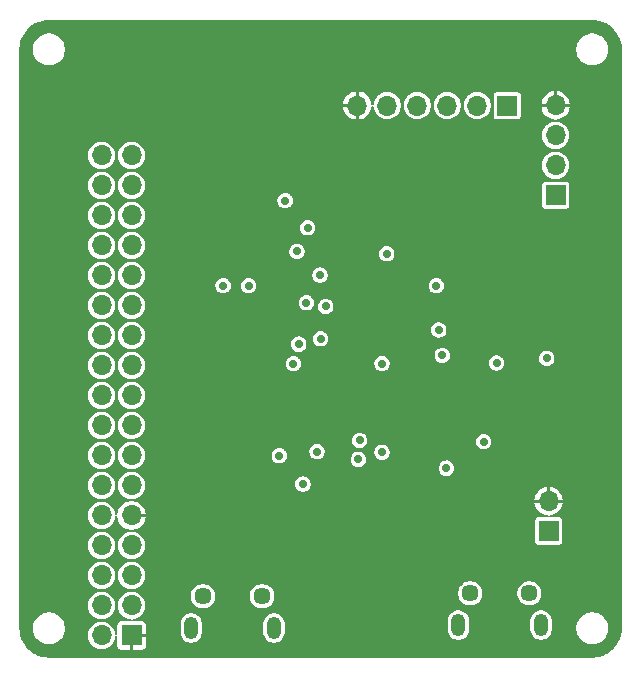
<source format=gbr>
%TF.GenerationSoftware,KiCad,Pcbnew,9.0.0*%
%TF.CreationDate,2025-03-28T00:35:08-07:00*%
%TF.ProjectId,stm32f429vit6_v1,73746d33-3266-4343-9239-766974365f76,rev?*%
%TF.SameCoordinates,Original*%
%TF.FileFunction,Copper,L2,Inr*%
%TF.FilePolarity,Positive*%
%FSLAX46Y46*%
G04 Gerber Fmt 4.6, Leading zero omitted, Abs format (unit mm)*
G04 Created by KiCad (PCBNEW 9.0.0) date 2025-03-28 00:35:08*
%MOMM*%
%LPD*%
G01*
G04 APERTURE LIST*
%TA.AperFunction,ComponentPad*%
%ADD10R,1.700000X1.700000*%
%TD*%
%TA.AperFunction,ComponentPad*%
%ADD11O,1.700000X1.700000*%
%TD*%
%TA.AperFunction,HeatsinkPad*%
%ADD12O,1.200000X1.900000*%
%TD*%
%TA.AperFunction,HeatsinkPad*%
%ADD13C,1.450000*%
%TD*%
%TA.AperFunction,ViaPad*%
%ADD14C,0.700000*%
%TD*%
%TA.AperFunction,ViaPad*%
%ADD15C,0.900000*%
%TD*%
G04 APERTURE END LIST*
D10*
%TO.N,GND*%
%TO.C,J6*%
X163000000Y-104610000D03*
D11*
%TO.N,+3.3V*%
X160460000Y-104610000D03*
%TO.N,/TP_SDO*%
X163000000Y-102070000D03*
%TO.N,/TP_SDI*%
X160460000Y-102070000D03*
%TO.N,/TP_SCK*%
X163000000Y-99530000D03*
%TO.N,/TP_CS*%
X160460000Y-99530000D03*
%TO.N,/TP_IRQ*%
X163000000Y-96990000D03*
%TO.N,/BL_PWM*%
X160460000Y-96990000D03*
%TO.N,GND*%
X163000000Y-94450000D03*
%TO.N,+3.3V*%
X160460000Y-94450000D03*
%TO.N,unconnected-(J6-Pin_11-Pad11)*%
X163000000Y-91910000D03*
%TO.N,/LCD_NRST*%
X160460000Y-91910000D03*
%TO.N,/FMC_NOE*%
X163000000Y-89370000D03*
%TO.N,/FMC_NWE*%
X160460000Y-89370000D03*
%TO.N,/FMC_A16*%
X163000000Y-86830000D03*
%TO.N,/FMC_NE1*%
X160460000Y-86830000D03*
%TO.N,/FMC_D15*%
X163000000Y-84290000D03*
%TO.N,/FMC_D14*%
X160460000Y-84290000D03*
%TO.N,/FMC_D13*%
X163000000Y-81750000D03*
%TO.N,/FMC_D12*%
X160460000Y-81750000D03*
%TO.N,/FMC_D11*%
X163000000Y-79210000D03*
%TO.N,/FMC_D10*%
X160460000Y-79210000D03*
%TO.N,/FMC_D9*%
X163000000Y-76670000D03*
%TO.N,/FMC_D8*%
X160460000Y-76670000D03*
%TO.N,/FMC_D7*%
X163000000Y-74130000D03*
%TO.N,/FMC_D6*%
X160460000Y-74130000D03*
%TO.N,/FMC_D5*%
X163000000Y-71590000D03*
%TO.N,/FMC_D4*%
X160460000Y-71590000D03*
%TO.N,/FMC_D3*%
X163000000Y-69050000D03*
%TO.N,/FMC_D2*%
X160460000Y-69050000D03*
%TO.N,/FMC_D1*%
X163000000Y-66510000D03*
%TO.N,/FMC_D0*%
X160460000Y-66510000D03*
%TO.N,unconnected-(J6-Pin_33-Pad33)*%
X163000000Y-63970000D03*
%TO.N,unconnected-(J6-Pin_34-Pad34)*%
X160460000Y-63970000D03*
%TD*%
D12*
%TO.N,unconnected-(J2-Shield-Pad6)_5*%
%TO.C,J2*%
X168050000Y-103987500D03*
D13*
%TO.N,unconnected-(J2-Shield-Pad6)*%
X169050000Y-101287500D03*
%TO.N,unconnected-(J2-Shield-Pad6)_4*%
X174050000Y-101287500D03*
D12*
%TO.N,unconnected-(J2-Shield-Pad6)_3*%
X175050000Y-103987500D03*
%TD*%
%TO.N,unconnected-(J4-Shield-Pad6)_4*%
%TO.C,J4*%
X190670000Y-103740000D03*
D13*
%TO.N,unconnected-(J4-Shield-Pad6)_3*%
X191670000Y-101040000D03*
%TO.N,unconnected-(J4-Shield-Pad6)_5*%
X196670000Y-101040000D03*
D12*
%TO.N,unconnected-(J4-Shield-Pad6)_2*%
X197670000Y-103740000D03*
%TD*%
D10*
%TO.N,+5V*%
%TO.C,J5*%
X198300000Y-95775000D03*
D11*
%TO.N,GND*%
X198300000Y-93235000D03*
%TD*%
D10*
%TO.N,+3.3V*%
%TO.C,J3*%
X194800000Y-59750000D03*
D11*
%TO.N,/SWD_NRST*%
X192260000Y-59750000D03*
%TO.N,/SWDIO*%
X189720000Y-59750000D03*
%TO.N,/SWDCLK*%
X187180000Y-59750000D03*
%TO.N,/SWDO*%
X184640000Y-59750000D03*
%TO.N,GND*%
X182100000Y-59750000D03*
%TD*%
D10*
%TO.N,+3.3V*%
%TO.C,J1*%
X198900000Y-67350000D03*
D11*
%TO.N,Net-(J1-Pin_2)*%
X198900000Y-64810000D03*
%TO.N,Net-(J1-Pin_3)*%
X198900000Y-62270000D03*
%TO.N,GND*%
X198900000Y-59730000D03*
%TD*%
D14*
%TO.N,GND*%
X181250000Y-71450000D03*
X174250000Y-90500000D03*
X179750000Y-89750000D03*
D15*
X185500000Y-91000000D03*
X183500000Y-62250000D03*
X183000000Y-70000000D03*
X167000000Y-86000000D03*
X186000000Y-78000000D03*
X195000000Y-90000000D03*
X195000000Y-87000000D03*
X195000000Y-84000000D03*
X203000000Y-66000000D03*
X203000000Y-69000000D03*
X203000000Y-72000000D03*
X203000000Y-75000000D03*
X203000000Y-78000000D03*
X203000000Y-81000000D03*
X203000000Y-84000000D03*
X203000000Y-87000000D03*
X201000000Y-91000000D03*
X195000000Y-95000000D03*
X192000000Y-95000000D03*
X195000000Y-98000000D03*
X192000000Y-98000000D03*
X188000000Y-104000000D03*
X182000000Y-104000000D03*
X179000000Y-104000000D03*
X157000000Y-98000000D03*
X157000000Y-95000000D03*
X157000000Y-92000000D03*
X157000000Y-89000000D03*
X157000000Y-83000000D03*
X157000000Y-80000000D03*
X157000000Y-77000000D03*
X157000000Y-74000000D03*
X157000000Y-71000000D03*
X157000000Y-68000000D03*
X157000000Y-65000000D03*
X157000000Y-62000000D03*
X157000000Y-59000000D03*
X166000000Y-62000000D03*
X169000000Y-62000000D03*
X175000000Y-59000000D03*
X172000000Y-59000000D03*
X169000000Y-59000000D03*
X166000000Y-59000000D03*
X163000000Y-59000000D03*
X160000000Y-59000000D03*
X196000000Y-56000000D03*
X193000000Y-55000000D03*
X190000000Y-55000000D03*
X187000000Y-55000000D03*
X184000000Y-56000000D03*
X181000000Y-56000000D03*
X178000000Y-56000000D03*
X175000000Y-56000000D03*
X172000000Y-56000000D03*
X169000000Y-56000000D03*
X166000000Y-56000000D03*
X163000000Y-56000000D03*
X160000000Y-56000000D03*
D14*
%TO.N,/FMC_NWE*%
X178700000Y-89050000D03*
%TO.N,/BL_PWM*%
X182200000Y-89700000D03*
%TO.N,/SWD_NRST*%
X198150000Y-81150000D03*
%TO.N,/TP_SDI*%
X193900000Y-81550000D03*
%TO.N,/SWDIO*%
X177150000Y-79950000D03*
%TO.N,GND*%
X178350000Y-78500000D03*
X176900000Y-78800000D03*
%TO.N,/SWDCLK*%
X179000000Y-79500000D03*
%TO.N,/FMC_D2*%
X177800000Y-76450000D03*
%TO.N,/FMC_D3*%
X179434052Y-76755407D03*
%TO.N,/TP_SDO*%
X192800000Y-88200000D03*
%TO.N,GND*%
X191700000Y-86750000D03*
X190900000Y-90650000D03*
X176900000Y-77250000D03*
X180450000Y-75850000D03*
X180000000Y-73800000D03*
%TO.N,/FMC_D1*%
X178950000Y-74100000D03*
%TO.N,GND*%
X177800000Y-72900000D03*
X172800000Y-76400000D03*
X171000000Y-76200000D03*
X198800000Y-70200000D03*
X195200000Y-71400000D03*
%TO.N,+3.3V*%
X184200000Y-81600000D03*
%TO.N,GND*%
X195700000Y-80670000D03*
X183400000Y-102100000D03*
X185300000Y-88500000D03*
X176400000Y-102100000D03*
X194500000Y-79550000D03*
X198400000Y-74950000D03*
X174600000Y-94300000D03*
X201950000Y-82650000D03*
X187800000Y-88100000D03*
X189200000Y-65650000D03*
X169300000Y-92200000D03*
X182700000Y-101100000D03*
X201950000Y-88650000D03*
X188000000Y-82100000D03*
X179200000Y-97200000D03*
X173875057Y-81799638D03*
X189200000Y-72100000D03*
X169300000Y-95000000D03*
X189200000Y-77700000D03*
X173200000Y-83100000D03*
X195500000Y-99600000D03*
X174900000Y-92400000D03*
X187460000Y-85400000D03*
X172600000Y-85700000D03*
X175000000Y-67700000D03*
X196940000Y-72800000D03*
X194040000Y-72900000D03*
%TO.N,+3.3V*%
X176000000Y-67800000D03*
X176700000Y-81600000D03*
X189000000Y-78750000D03*
%TO.N,/SWD_NRST*%
X188800000Y-75000000D03*
%TO.N,/VCAP1*%
X177900000Y-70100000D03*
%TO.N,/FMC_NOE*%
X175500000Y-89400000D03*
%TO.N,/LCD_NRST*%
X177500000Y-91800000D03*
%TO.N,/FMC_D13*%
X170750000Y-75000000D03*
%TO.N,/TP_IRQ*%
X184200000Y-89100000D03*
%TO.N,/FMC_NE1*%
X182300000Y-88100000D03*
%TO.N,/FMC_D15*%
X172900000Y-75000000D03*
%TO.N,/TP_SCK*%
X189650000Y-90450000D03*
%TO.N,/TP_CS*%
X189300000Y-80900000D03*
%TO.N,/FMC_D0*%
X177000000Y-72100000D03*
%TO.N,/SWDO*%
X184600000Y-72300000D03*
%TO.N,GND*%
X193144975Y-79655025D03*
%TD*%
%TA.AperFunction,Conductor*%
%TO.N,GND*%
G36*
X202002992Y-52500681D02*
G01*
X202295309Y-52518362D01*
X202307164Y-52519802D01*
X202592281Y-52572051D01*
X202603883Y-52574911D01*
X202880623Y-52661147D01*
X202891786Y-52665380D01*
X203156119Y-52784347D01*
X203166704Y-52789903D01*
X203414758Y-52939856D01*
X203424583Y-52946638D01*
X203652755Y-53125399D01*
X203661704Y-53133326D01*
X203866673Y-53338295D01*
X203874600Y-53347244D01*
X203995481Y-53501538D01*
X204053356Y-53575409D01*
X204060145Y-53585245D01*
X204113160Y-53672942D01*
X204210096Y-53833295D01*
X204215652Y-53843880D01*
X204334616Y-54108206D01*
X204338855Y-54119384D01*
X204425087Y-54396113D01*
X204427948Y-54407721D01*
X204480196Y-54692828D01*
X204481637Y-54704695D01*
X204499319Y-54997006D01*
X204499500Y-55002984D01*
X204499500Y-103997015D01*
X204499319Y-104002993D01*
X204481637Y-104295304D01*
X204480196Y-104307171D01*
X204427948Y-104592278D01*
X204425087Y-104603886D01*
X204338855Y-104880615D01*
X204334616Y-104891793D01*
X204215652Y-105156119D01*
X204210096Y-105166704D01*
X204060147Y-105414751D01*
X204053356Y-105424590D01*
X203874600Y-105652755D01*
X203866673Y-105661704D01*
X203661704Y-105866673D01*
X203652755Y-105874600D01*
X203424590Y-106053356D01*
X203414751Y-106060147D01*
X203166704Y-106210096D01*
X203156119Y-106215652D01*
X202891793Y-106334616D01*
X202880615Y-106338855D01*
X202603886Y-106425087D01*
X202592278Y-106427948D01*
X202307171Y-106480196D01*
X202295304Y-106481637D01*
X202023993Y-106498048D01*
X202002991Y-106499319D01*
X201997015Y-106499500D01*
X156002985Y-106499500D01*
X155997008Y-106499319D01*
X155973564Y-106497900D01*
X155704695Y-106481637D01*
X155692828Y-106480196D01*
X155407721Y-106427948D01*
X155396113Y-106425087D01*
X155119384Y-106338855D01*
X155108206Y-106334616D01*
X154843880Y-106215652D01*
X154833295Y-106210096D01*
X154585248Y-106060147D01*
X154575413Y-106053358D01*
X154347244Y-105874600D01*
X154338295Y-105866673D01*
X154133326Y-105661704D01*
X154125399Y-105652755D01*
X154079364Y-105593996D01*
X153946638Y-105424583D01*
X153939856Y-105414758D01*
X153789903Y-105166704D01*
X153784347Y-105156119D01*
X153775073Y-105135513D01*
X153665380Y-104891786D01*
X153661147Y-104880623D01*
X153574911Y-104603883D01*
X153572051Y-104592278D01*
X153570534Y-104584000D01*
X153519802Y-104307164D01*
X153518362Y-104295303D01*
X153513196Y-104209901D01*
X153500681Y-104002992D01*
X153500500Y-103997015D01*
X153500500Y-103893709D01*
X154649500Y-103893709D01*
X154649500Y-104106290D01*
X154682752Y-104316238D01*
X154748443Y-104518412D01*
X154844948Y-104707815D01*
X154844950Y-104707819D01*
X154969891Y-104879786D01*
X154969893Y-104879788D01*
X154969896Y-104879792D01*
X155120208Y-105030104D01*
X155120211Y-105030106D01*
X155120213Y-105030108D01*
X155292180Y-105155049D01*
X155292184Y-105155051D01*
X155481588Y-105251557D01*
X155683757Y-105317246D01*
X155683758Y-105317246D01*
X155683761Y-105317247D01*
X155893710Y-105350500D01*
X155893713Y-105350500D01*
X156106290Y-105350500D01*
X156316238Y-105317247D01*
X156316239Y-105317246D01*
X156316243Y-105317246D01*
X156518412Y-105251557D01*
X156707816Y-105155051D01*
X156879792Y-105030104D01*
X157030104Y-104879792D01*
X157155051Y-104707816D01*
X157251028Y-104519450D01*
X159309500Y-104519450D01*
X159309500Y-104700549D01*
X159337828Y-104879406D01*
X159393788Y-105051637D01*
X159471112Y-105203394D01*
X159476004Y-105212994D01*
X159582447Y-105359501D01*
X159710499Y-105487553D01*
X159857006Y-105593996D01*
X160018361Y-105676211D01*
X160190591Y-105732171D01*
X160262136Y-105743502D01*
X160369451Y-105760500D01*
X160369454Y-105760500D01*
X160550549Y-105760500D01*
X160639977Y-105746335D01*
X160729409Y-105732171D01*
X160901639Y-105676211D01*
X161062994Y-105593996D01*
X161209501Y-105487553D01*
X161337553Y-105359501D01*
X161443996Y-105212994D01*
X161526211Y-105051639D01*
X161582171Y-104879409D01*
X161603219Y-104746515D01*
X161630996Y-104692000D01*
X161685513Y-104664222D01*
X161745945Y-104673793D01*
X161789209Y-104717058D01*
X161800000Y-104762003D01*
X161800000Y-105493213D01*
X161800001Y-105493216D01*
X161809912Y-105561250D01*
X161861214Y-105666188D01*
X161943812Y-105748786D01*
X162048751Y-105800087D01*
X162116784Y-105809999D01*
X162874998Y-105809999D01*
X162875000Y-105809998D01*
X162875000Y-105094144D01*
X162934174Y-105110000D01*
X163065826Y-105110000D01*
X163125000Y-105094144D01*
X163125000Y-105809998D01*
X163125001Y-105809999D01*
X163883213Y-105809999D01*
X163883216Y-105809998D01*
X163951250Y-105800087D01*
X164056188Y-105748785D01*
X164138786Y-105666187D01*
X164190087Y-105561248D01*
X164200000Y-105493215D01*
X164200000Y-104735001D01*
X164199999Y-104735000D01*
X163484144Y-104735000D01*
X163500000Y-104675826D01*
X163500000Y-104544174D01*
X163484144Y-104485000D01*
X164199998Y-104485000D01*
X164199999Y-104484999D01*
X164199999Y-103726786D01*
X164199998Y-103726783D01*
X164190087Y-103658749D01*
X164155219Y-103587426D01*
X164138785Y-103553811D01*
X164133780Y-103548806D01*
X167149500Y-103548806D01*
X167149500Y-104426193D01*
X167167016Y-104514250D01*
X167180890Y-104584000D01*
X167184106Y-104600165D01*
X167184106Y-104600167D01*
X167251985Y-104764044D01*
X167251985Y-104764045D01*
X167350535Y-104911534D01*
X167350536Y-104911535D01*
X167475965Y-105036964D01*
X167623453Y-105135513D01*
X167787334Y-105203394D01*
X167961309Y-105238000D01*
X167961310Y-105238000D01*
X168138690Y-105238000D01*
X168138691Y-105238000D01*
X168312666Y-105203394D01*
X168476547Y-105135513D01*
X168624035Y-105036964D01*
X168749464Y-104911535D01*
X168848013Y-104764047D01*
X168915894Y-104600166D01*
X168950500Y-104426191D01*
X168950500Y-103548809D01*
X168950499Y-103548806D01*
X174149500Y-103548806D01*
X174149500Y-104426193D01*
X174167016Y-104514250D01*
X174180890Y-104584000D01*
X174184106Y-104600165D01*
X174184106Y-104600167D01*
X174251985Y-104764044D01*
X174251985Y-104764045D01*
X174350535Y-104911534D01*
X174350536Y-104911535D01*
X174475965Y-105036964D01*
X174623453Y-105135513D01*
X174787334Y-105203394D01*
X174961309Y-105238000D01*
X174961310Y-105238000D01*
X175138690Y-105238000D01*
X175138691Y-105238000D01*
X175312666Y-105203394D01*
X175476547Y-105135513D01*
X175624035Y-105036964D01*
X175749464Y-104911535D01*
X175848013Y-104764047D01*
X175915894Y-104600166D01*
X175950500Y-104426191D01*
X175950500Y-103548809D01*
X175915894Y-103374834D01*
X175885438Y-103301306D01*
X189769500Y-103301306D01*
X189769500Y-104178693D01*
X189804106Y-104352665D01*
X189804106Y-104352667D01*
X189871985Y-104516544D01*
X189871985Y-104516545D01*
X189970535Y-104664034D01*
X189970536Y-104664035D01*
X190095965Y-104789464D01*
X190243453Y-104888013D01*
X190407334Y-104955894D01*
X190581309Y-104990500D01*
X190581310Y-104990500D01*
X190758690Y-104990500D01*
X190758691Y-104990500D01*
X190932666Y-104955894D01*
X191096547Y-104888013D01*
X191244035Y-104789464D01*
X191369464Y-104664035D01*
X191468013Y-104516547D01*
X191535894Y-104352666D01*
X191570500Y-104178691D01*
X191570500Y-103301309D01*
X191570499Y-103301306D01*
X196769500Y-103301306D01*
X196769500Y-104178693D01*
X196804106Y-104352665D01*
X196804106Y-104352667D01*
X196871985Y-104516544D01*
X196871985Y-104516545D01*
X196970535Y-104664034D01*
X196970536Y-104664035D01*
X197095965Y-104789464D01*
X197243453Y-104888013D01*
X197407334Y-104955894D01*
X197581309Y-104990500D01*
X197581310Y-104990500D01*
X197758690Y-104990500D01*
X197758691Y-104990500D01*
X197932666Y-104955894D01*
X198096547Y-104888013D01*
X198244035Y-104789464D01*
X198369464Y-104664035D01*
X198468013Y-104516547D01*
X198535894Y-104352666D01*
X198570500Y-104178691D01*
X198570500Y-103893709D01*
X200649500Y-103893709D01*
X200649500Y-104106290D01*
X200682752Y-104316238D01*
X200748443Y-104518412D01*
X200844948Y-104707815D01*
X200844950Y-104707819D01*
X200969891Y-104879786D01*
X200969893Y-104879788D01*
X200969896Y-104879792D01*
X201120208Y-105030104D01*
X201120211Y-105030106D01*
X201120213Y-105030108D01*
X201292180Y-105155049D01*
X201292184Y-105155051D01*
X201481588Y-105251557D01*
X201683757Y-105317246D01*
X201683758Y-105317246D01*
X201683761Y-105317247D01*
X201893710Y-105350500D01*
X201893713Y-105350500D01*
X202106290Y-105350500D01*
X202316238Y-105317247D01*
X202316239Y-105317246D01*
X202316243Y-105317246D01*
X202518412Y-105251557D01*
X202707816Y-105155051D01*
X202879792Y-105030104D01*
X203030104Y-104879792D01*
X203155051Y-104707816D01*
X203251557Y-104518412D01*
X203317246Y-104316243D01*
X203319616Y-104301281D01*
X203350500Y-104106290D01*
X203350500Y-103893709D01*
X203317247Y-103683761D01*
X203309120Y-103658749D01*
X203251557Y-103481588D01*
X203155051Y-103292184D01*
X203155049Y-103292180D01*
X203030108Y-103120213D01*
X203030106Y-103120211D01*
X203030104Y-103120208D01*
X202879792Y-102969896D01*
X202879788Y-102969893D01*
X202879786Y-102969891D01*
X202707819Y-102844950D01*
X202707815Y-102844948D01*
X202518412Y-102748443D01*
X202316238Y-102682752D01*
X202106290Y-102649500D01*
X202106287Y-102649500D01*
X201893713Y-102649500D01*
X201893710Y-102649500D01*
X201683761Y-102682752D01*
X201481587Y-102748443D01*
X201292184Y-102844948D01*
X201292180Y-102844950D01*
X201120213Y-102969891D01*
X200969891Y-103120213D01*
X200844950Y-103292180D01*
X200844948Y-103292184D01*
X200748443Y-103481587D01*
X200682752Y-103683761D01*
X200649500Y-103893709D01*
X198570500Y-103893709D01*
X198570500Y-103301309D01*
X198535894Y-103127334D01*
X198468014Y-102963455D01*
X198468014Y-102963454D01*
X198369464Y-102815965D01*
X198244034Y-102690535D01*
X198096544Y-102591985D01*
X197932666Y-102524106D01*
X197758693Y-102489500D01*
X197758691Y-102489500D01*
X197581309Y-102489500D01*
X197581306Y-102489500D01*
X197407334Y-102524106D01*
X197407332Y-102524106D01*
X197243455Y-102591985D01*
X197243454Y-102591985D01*
X197095965Y-102690535D01*
X196970535Y-102815965D01*
X196871985Y-102963454D01*
X196871985Y-102963455D01*
X196804106Y-103127332D01*
X196804106Y-103127334D01*
X196769500Y-103301306D01*
X191570499Y-103301306D01*
X191535894Y-103127334D01*
X191468014Y-102963455D01*
X191468014Y-102963454D01*
X191369464Y-102815965D01*
X191244034Y-102690535D01*
X191096544Y-102591985D01*
X190932666Y-102524106D01*
X190758693Y-102489500D01*
X190758691Y-102489500D01*
X190581309Y-102489500D01*
X190581306Y-102489500D01*
X190407334Y-102524106D01*
X190407332Y-102524106D01*
X190243455Y-102591985D01*
X190243454Y-102591985D01*
X190095965Y-102690535D01*
X189970535Y-102815965D01*
X189871985Y-102963454D01*
X189871985Y-102963455D01*
X189804106Y-103127332D01*
X189804106Y-103127334D01*
X189769500Y-103301306D01*
X175885438Y-103301306D01*
X175881658Y-103292180D01*
X175848014Y-103210955D01*
X175848014Y-103210954D01*
X175749464Y-103063465D01*
X175624034Y-102938035D01*
X175476544Y-102839485D01*
X175312666Y-102771606D01*
X175138693Y-102737000D01*
X175138691Y-102737000D01*
X174961309Y-102737000D01*
X174961306Y-102737000D01*
X174787334Y-102771606D01*
X174787332Y-102771606D01*
X174623455Y-102839485D01*
X174623454Y-102839485D01*
X174475965Y-102938035D01*
X174350535Y-103063465D01*
X174251985Y-103210954D01*
X174251985Y-103210955D01*
X174184106Y-103374832D01*
X174184106Y-103374834D01*
X174149500Y-103548806D01*
X168950499Y-103548806D01*
X168915894Y-103374834D01*
X168881658Y-103292180D01*
X168848014Y-103210955D01*
X168848014Y-103210954D01*
X168749464Y-103063465D01*
X168624034Y-102938035D01*
X168476544Y-102839485D01*
X168312666Y-102771606D01*
X168138693Y-102737000D01*
X168138691Y-102737000D01*
X167961309Y-102737000D01*
X167961306Y-102737000D01*
X167787334Y-102771606D01*
X167787332Y-102771606D01*
X167623455Y-102839485D01*
X167623454Y-102839485D01*
X167475965Y-102938035D01*
X167350535Y-103063465D01*
X167251985Y-103210954D01*
X167251985Y-103210955D01*
X167184106Y-103374832D01*
X167184106Y-103374834D01*
X167149500Y-103548806D01*
X164133780Y-103548806D01*
X164056187Y-103471213D01*
X163951248Y-103419912D01*
X163883216Y-103410000D01*
X163152004Y-103410000D01*
X163093813Y-103391093D01*
X163057849Y-103341593D01*
X163057849Y-103280407D01*
X163093813Y-103230907D01*
X163136517Y-103213219D01*
X163151691Y-103210815D01*
X163269409Y-103192171D01*
X163441639Y-103136211D01*
X163602994Y-103053996D01*
X163749501Y-102947553D01*
X163877553Y-102819501D01*
X163983996Y-102672994D01*
X164066211Y-102511639D01*
X164122171Y-102339409D01*
X164136335Y-102249977D01*
X164150500Y-102160549D01*
X164150500Y-101979450D01*
X164127868Y-101836560D01*
X164122171Y-101800591D01*
X164066211Y-101628361D01*
X163983996Y-101467006D01*
X163877553Y-101320499D01*
X163749501Y-101192447D01*
X163741307Y-101186494D01*
X168024500Y-101186494D01*
X168024500Y-101388505D01*
X168063908Y-101586624D01*
X168063910Y-101586630D01*
X168141213Y-101773255D01*
X168183512Y-101836560D01*
X168253442Y-101941218D01*
X168396282Y-102084058D01*
X168564244Y-102196286D01*
X168750873Y-102273591D01*
X168948997Y-102313000D01*
X168948998Y-102313000D01*
X169151002Y-102313000D01*
X169151003Y-102313000D01*
X169349127Y-102273591D01*
X169535756Y-102196286D01*
X169703718Y-102084058D01*
X169846558Y-101941218D01*
X169958786Y-101773256D01*
X170036091Y-101586627D01*
X170075500Y-101388503D01*
X170075500Y-101186497D01*
X170075499Y-101186494D01*
X173024500Y-101186494D01*
X173024500Y-101388505D01*
X173063908Y-101586624D01*
X173063910Y-101586630D01*
X173141213Y-101773255D01*
X173183512Y-101836560D01*
X173253442Y-101941218D01*
X173396282Y-102084058D01*
X173564244Y-102196286D01*
X173750873Y-102273591D01*
X173948997Y-102313000D01*
X173948998Y-102313000D01*
X174151002Y-102313000D01*
X174151003Y-102313000D01*
X174349127Y-102273591D01*
X174535756Y-102196286D01*
X174703718Y-102084058D01*
X174846558Y-101941218D01*
X174958786Y-101773256D01*
X175036091Y-101586627D01*
X175075500Y-101388503D01*
X175075500Y-101186497D01*
X175036091Y-100988373D01*
X175036088Y-100988365D01*
X175029317Y-100972018D01*
X175015638Y-100938994D01*
X190644500Y-100938994D01*
X190644500Y-101141005D01*
X190683908Y-101339124D01*
X190683910Y-101339130D01*
X190761213Y-101525755D01*
X190873439Y-101693714D01*
X190873442Y-101693718D01*
X191016282Y-101836558D01*
X191184244Y-101948786D01*
X191370873Y-102026091D01*
X191568997Y-102065500D01*
X191568998Y-102065500D01*
X191771002Y-102065500D01*
X191771003Y-102065500D01*
X191969127Y-102026091D01*
X192155756Y-101948786D01*
X192323718Y-101836558D01*
X192466558Y-101693718D01*
X192578786Y-101525756D01*
X192656091Y-101339127D01*
X192695500Y-101141003D01*
X192695500Y-100938997D01*
X192695499Y-100938994D01*
X195644500Y-100938994D01*
X195644500Y-101141005D01*
X195683908Y-101339124D01*
X195683910Y-101339130D01*
X195761213Y-101525755D01*
X195873439Y-101693714D01*
X195873442Y-101693718D01*
X196016282Y-101836558D01*
X196184244Y-101948786D01*
X196370873Y-102026091D01*
X196568997Y-102065500D01*
X196568998Y-102065500D01*
X196771002Y-102065500D01*
X196771003Y-102065500D01*
X196969127Y-102026091D01*
X197155756Y-101948786D01*
X197323718Y-101836558D01*
X197466558Y-101693718D01*
X197578786Y-101525756D01*
X197656091Y-101339127D01*
X197695500Y-101141003D01*
X197695500Y-100938997D01*
X197656091Y-100740873D01*
X197578786Y-100554244D01*
X197466558Y-100386282D01*
X197323718Y-100243442D01*
X197158420Y-100132994D01*
X197155755Y-100131213D01*
X196969130Y-100053910D01*
X196969124Y-100053908D01*
X196771005Y-100014500D01*
X196771003Y-100014500D01*
X196568997Y-100014500D01*
X196568994Y-100014500D01*
X196370875Y-100053908D01*
X196370869Y-100053910D01*
X196184244Y-100131213D01*
X196016285Y-100243439D01*
X195873439Y-100386285D01*
X195761213Y-100554244D01*
X195683910Y-100740869D01*
X195683908Y-100740875D01*
X195644500Y-100938994D01*
X192695499Y-100938994D01*
X192656091Y-100740873D01*
X192578786Y-100554244D01*
X192466558Y-100386282D01*
X192323718Y-100243442D01*
X192158420Y-100132994D01*
X192155755Y-100131213D01*
X191969130Y-100053910D01*
X191969124Y-100053908D01*
X191771005Y-100014500D01*
X191771003Y-100014500D01*
X191568997Y-100014500D01*
X191568994Y-100014500D01*
X191370875Y-100053908D01*
X191370869Y-100053910D01*
X191184244Y-100131213D01*
X191016285Y-100243439D01*
X190873439Y-100386285D01*
X190761213Y-100554244D01*
X190683910Y-100740869D01*
X190683908Y-100740875D01*
X190644500Y-100938994D01*
X175015638Y-100938994D01*
X174958786Y-100801744D01*
X174846560Y-100633785D01*
X174846558Y-100633782D01*
X174703718Y-100490942D01*
X174578917Y-100407553D01*
X174535755Y-100378713D01*
X174349130Y-100301410D01*
X174349124Y-100301408D01*
X174151005Y-100262000D01*
X174151003Y-100262000D01*
X173948997Y-100262000D01*
X173948994Y-100262000D01*
X173750875Y-100301408D01*
X173750869Y-100301410D01*
X173564244Y-100378713D01*
X173396285Y-100490939D01*
X173253439Y-100633785D01*
X173141213Y-100801744D01*
X173063910Y-100988369D01*
X173063908Y-100988375D01*
X173024500Y-101186494D01*
X170075499Y-101186494D01*
X170036091Y-100988373D01*
X169958786Y-100801744D01*
X169846558Y-100633782D01*
X169703718Y-100490942D01*
X169578917Y-100407553D01*
X169535755Y-100378713D01*
X169349130Y-100301410D01*
X169349124Y-100301408D01*
X169151005Y-100262000D01*
X169151003Y-100262000D01*
X168948997Y-100262000D01*
X168948994Y-100262000D01*
X168750875Y-100301408D01*
X168750869Y-100301410D01*
X168564244Y-100378713D01*
X168396285Y-100490939D01*
X168253439Y-100633785D01*
X168141213Y-100801744D01*
X168063910Y-100988369D01*
X168063908Y-100988375D01*
X168024500Y-101186494D01*
X163741307Y-101186494D01*
X163602994Y-101086004D01*
X163602993Y-101086003D01*
X163602991Y-101086002D01*
X163441637Y-101003788D01*
X163269406Y-100947828D01*
X163090549Y-100919500D01*
X163090546Y-100919500D01*
X162909454Y-100919500D01*
X162909451Y-100919500D01*
X162730593Y-100947828D01*
X162558362Y-101003788D01*
X162397008Y-101086002D01*
X162323752Y-101139225D01*
X162250499Y-101192447D01*
X162122447Y-101320499D01*
X162073038Y-101388505D01*
X162016002Y-101467008D01*
X161933788Y-101628362D01*
X161877828Y-101800593D01*
X161849500Y-101979450D01*
X161849500Y-102160549D01*
X161877828Y-102339406D01*
X161933788Y-102511637D01*
X161974728Y-102591987D01*
X162016004Y-102672994D01*
X162122447Y-102819501D01*
X162250499Y-102947553D01*
X162397006Y-103053996D01*
X162558361Y-103136211D01*
X162730591Y-103192171D01*
X162841949Y-103209808D01*
X162863483Y-103213219D01*
X162917999Y-103240996D01*
X162945777Y-103295513D01*
X162936206Y-103355945D01*
X162892941Y-103399209D01*
X162847996Y-103410000D01*
X162116786Y-103410000D01*
X162116783Y-103410001D01*
X162048749Y-103419912D01*
X161943811Y-103471214D01*
X161861213Y-103553812D01*
X161809912Y-103658751D01*
X161800000Y-103726784D01*
X161800000Y-104457995D01*
X161781093Y-104516186D01*
X161731593Y-104552150D01*
X161670407Y-104552150D01*
X161620907Y-104516186D01*
X161603219Y-104473482D01*
X161594274Y-104417007D01*
X161582171Y-104340591D01*
X161526211Y-104168361D01*
X161443996Y-104007006D01*
X161337553Y-103860499D01*
X161209501Y-103732447D01*
X161062994Y-103626004D01*
X161062993Y-103626003D01*
X161062991Y-103626002D01*
X160901637Y-103543788D01*
X160729406Y-103487828D01*
X160550549Y-103459500D01*
X160550546Y-103459500D01*
X160369454Y-103459500D01*
X160369451Y-103459500D01*
X160190593Y-103487828D01*
X160018362Y-103543788D01*
X159857008Y-103626002D01*
X159811936Y-103658749D01*
X159710499Y-103732447D01*
X159582447Y-103860499D01*
X159558319Y-103893709D01*
X159476002Y-104007008D01*
X159393788Y-104168362D01*
X159337828Y-104340593D01*
X159309500Y-104519450D01*
X157251028Y-104519450D01*
X157251557Y-104518412D01*
X157254144Y-104510447D01*
X157262423Y-104484973D01*
X157262423Y-104484971D01*
X157305411Y-104352666D01*
X157317246Y-104316243D01*
X157319616Y-104301281D01*
X157350500Y-104106290D01*
X157350500Y-103893709D01*
X157317247Y-103683761D01*
X157309120Y-103658749D01*
X157251557Y-103481588D01*
X157155051Y-103292184D01*
X157155049Y-103292180D01*
X157030108Y-103120213D01*
X157030106Y-103120211D01*
X157030104Y-103120208D01*
X156879792Y-102969896D01*
X156879788Y-102969893D01*
X156879786Y-102969891D01*
X156707819Y-102844950D01*
X156707815Y-102844948D01*
X156518412Y-102748443D01*
X156316238Y-102682752D01*
X156106290Y-102649500D01*
X156106287Y-102649500D01*
X155893713Y-102649500D01*
X155893710Y-102649500D01*
X155683761Y-102682752D01*
X155481587Y-102748443D01*
X155292184Y-102844948D01*
X155292180Y-102844950D01*
X155120213Y-102969891D01*
X154969891Y-103120213D01*
X154844950Y-103292180D01*
X154844948Y-103292184D01*
X154748443Y-103481587D01*
X154682752Y-103683761D01*
X154649500Y-103893709D01*
X153500500Y-103893709D01*
X153500500Y-101979450D01*
X159309500Y-101979450D01*
X159309500Y-102160549D01*
X159337828Y-102339406D01*
X159393788Y-102511637D01*
X159434728Y-102591987D01*
X159476004Y-102672994D01*
X159582447Y-102819501D01*
X159710499Y-102947553D01*
X159857006Y-103053996D01*
X160018361Y-103136211D01*
X160190591Y-103192171D01*
X160262136Y-103203502D01*
X160369451Y-103220500D01*
X160369454Y-103220500D01*
X160550549Y-103220500D01*
X160639977Y-103206335D01*
X160729409Y-103192171D01*
X160901639Y-103136211D01*
X161062994Y-103053996D01*
X161209501Y-102947553D01*
X161337553Y-102819501D01*
X161443996Y-102672994D01*
X161526211Y-102511639D01*
X161582171Y-102339409D01*
X161596335Y-102249977D01*
X161610500Y-102160549D01*
X161610500Y-101979450D01*
X161587868Y-101836560D01*
X161582171Y-101800591D01*
X161526211Y-101628361D01*
X161443996Y-101467006D01*
X161337553Y-101320499D01*
X161209501Y-101192447D01*
X161062994Y-101086004D01*
X161062993Y-101086003D01*
X161062991Y-101086002D01*
X160901637Y-101003788D01*
X160729406Y-100947828D01*
X160550549Y-100919500D01*
X160550546Y-100919500D01*
X160369454Y-100919500D01*
X160369451Y-100919500D01*
X160190593Y-100947828D01*
X160018362Y-101003788D01*
X159857008Y-101086002D01*
X159783752Y-101139225D01*
X159710499Y-101192447D01*
X159582447Y-101320499D01*
X159533038Y-101388505D01*
X159476002Y-101467008D01*
X159393788Y-101628362D01*
X159337828Y-101800593D01*
X159309500Y-101979450D01*
X153500500Y-101979450D01*
X153500500Y-99439450D01*
X159309500Y-99439450D01*
X159309500Y-99620549D01*
X159337828Y-99799406D01*
X159393788Y-99971637D01*
X159475096Y-100131213D01*
X159476004Y-100132994D01*
X159582447Y-100279501D01*
X159710499Y-100407553D01*
X159857006Y-100513996D01*
X160018361Y-100596211D01*
X160190591Y-100652171D01*
X160262136Y-100663502D01*
X160369451Y-100680500D01*
X160369454Y-100680500D01*
X160550549Y-100680500D01*
X160639977Y-100666335D01*
X160729409Y-100652171D01*
X160901639Y-100596211D01*
X161062994Y-100513996D01*
X161209501Y-100407553D01*
X161337553Y-100279501D01*
X161443996Y-100132994D01*
X161526211Y-99971639D01*
X161582171Y-99799409D01*
X161610500Y-99620546D01*
X161610500Y-99439454D01*
X161610500Y-99439450D01*
X161849500Y-99439450D01*
X161849500Y-99620549D01*
X161877828Y-99799406D01*
X161933788Y-99971637D01*
X162015096Y-100131213D01*
X162016004Y-100132994D01*
X162122447Y-100279501D01*
X162250499Y-100407553D01*
X162397006Y-100513996D01*
X162558361Y-100596211D01*
X162730591Y-100652171D01*
X162802136Y-100663502D01*
X162909451Y-100680500D01*
X162909454Y-100680500D01*
X163090549Y-100680500D01*
X163179977Y-100666335D01*
X163269409Y-100652171D01*
X163441639Y-100596211D01*
X163602994Y-100513996D01*
X163749501Y-100407553D01*
X163877553Y-100279501D01*
X163983996Y-100132994D01*
X164066211Y-99971639D01*
X164122171Y-99799409D01*
X164150500Y-99620546D01*
X164150500Y-99439454D01*
X164150500Y-99439450D01*
X164122171Y-99260593D01*
X164122171Y-99260591D01*
X164066211Y-99088361D01*
X163983996Y-98927006D01*
X163877553Y-98780499D01*
X163749501Y-98652447D01*
X163602994Y-98546004D01*
X163602993Y-98546003D01*
X163602991Y-98546002D01*
X163441637Y-98463788D01*
X163269406Y-98407828D01*
X163090549Y-98379500D01*
X163090546Y-98379500D01*
X162909454Y-98379500D01*
X162909451Y-98379500D01*
X162730593Y-98407828D01*
X162558362Y-98463788D01*
X162397008Y-98546002D01*
X162323752Y-98599225D01*
X162250499Y-98652447D01*
X162122447Y-98780499D01*
X162069225Y-98853752D01*
X162016002Y-98927008D01*
X161933788Y-99088362D01*
X161877828Y-99260593D01*
X161849500Y-99439450D01*
X161610500Y-99439450D01*
X161582171Y-99260593D01*
X161582171Y-99260591D01*
X161526211Y-99088361D01*
X161443996Y-98927006D01*
X161337553Y-98780499D01*
X161209501Y-98652447D01*
X161062994Y-98546004D01*
X161062993Y-98546003D01*
X161062991Y-98546002D01*
X160901637Y-98463788D01*
X160729406Y-98407828D01*
X160550549Y-98379500D01*
X160550546Y-98379500D01*
X160369454Y-98379500D01*
X160369451Y-98379500D01*
X160190593Y-98407828D01*
X160018362Y-98463788D01*
X159857008Y-98546002D01*
X159783752Y-98599225D01*
X159710499Y-98652447D01*
X159582447Y-98780499D01*
X159529225Y-98853752D01*
X159476002Y-98927008D01*
X159393788Y-99088362D01*
X159337828Y-99260593D01*
X159309500Y-99439450D01*
X153500500Y-99439450D01*
X153500500Y-96899450D01*
X159309500Y-96899450D01*
X159309500Y-97080549D01*
X159337828Y-97259406D01*
X159337829Y-97259409D01*
X159393789Y-97431639D01*
X159476004Y-97592994D01*
X159582447Y-97739501D01*
X159710499Y-97867553D01*
X159857006Y-97973996D01*
X160018361Y-98056211D01*
X160190591Y-98112171D01*
X160262136Y-98123502D01*
X160369451Y-98140500D01*
X160369454Y-98140500D01*
X160550549Y-98140500D01*
X160639977Y-98126335D01*
X160729409Y-98112171D01*
X160901639Y-98056211D01*
X161062994Y-97973996D01*
X161209501Y-97867553D01*
X161337553Y-97739501D01*
X161443996Y-97592994D01*
X161526211Y-97431639D01*
X161582171Y-97259409D01*
X161610500Y-97080546D01*
X161610500Y-96899454D01*
X161610500Y-96899450D01*
X161582171Y-96720593D01*
X161582171Y-96720591D01*
X161526211Y-96548361D01*
X161443996Y-96387006D01*
X161337553Y-96240499D01*
X161209501Y-96112447D01*
X161062994Y-96006004D01*
X161062993Y-96006003D01*
X161062991Y-96006002D01*
X160901637Y-95923788D01*
X160729406Y-95867828D01*
X160550549Y-95839500D01*
X160550546Y-95839500D01*
X160369454Y-95839500D01*
X160369451Y-95839500D01*
X160190593Y-95867828D01*
X160018362Y-95923788D01*
X159857008Y-96006002D01*
X159783752Y-96059225D01*
X159710499Y-96112447D01*
X159582447Y-96240499D01*
X159529225Y-96313752D01*
X159476002Y-96387008D01*
X159393788Y-96548362D01*
X159337828Y-96720593D01*
X159309500Y-96899450D01*
X153500500Y-96899450D01*
X153500500Y-94359450D01*
X159309500Y-94359450D01*
X159309500Y-94540549D01*
X159337828Y-94719406D01*
X159393788Y-94891637D01*
X159423525Y-94950000D01*
X159476004Y-95052994D01*
X159582447Y-95199501D01*
X159710499Y-95327553D01*
X159857006Y-95433996D01*
X160018361Y-95516211D01*
X160190591Y-95572171D01*
X160262136Y-95583502D01*
X160369451Y-95600500D01*
X160369454Y-95600500D01*
X160550549Y-95600500D01*
X160639977Y-95586335D01*
X160729409Y-95572171D01*
X160901639Y-95516211D01*
X161062994Y-95433996D01*
X161209501Y-95327553D01*
X161337553Y-95199501D01*
X161443996Y-95052994D01*
X161526211Y-94891639D01*
X161582171Y-94719409D01*
X161607160Y-94561633D01*
X161634937Y-94507118D01*
X161689454Y-94479340D01*
X161749886Y-94488911D01*
X161793150Y-94532176D01*
X161802722Y-94561634D01*
X161829546Y-94730996D01*
X161887914Y-94910635D01*
X161973667Y-95078936D01*
X161973669Y-95078940D01*
X162084686Y-95231742D01*
X162218257Y-95365313D01*
X162371059Y-95476330D01*
X162371063Y-95476332D01*
X162539364Y-95562085D01*
X162719003Y-95620453D01*
X162888365Y-95647277D01*
X162942881Y-95675054D01*
X162970659Y-95729571D01*
X162961088Y-95790003D01*
X162917823Y-95833268D01*
X162888365Y-95842839D01*
X162730593Y-95867828D01*
X162558362Y-95923788D01*
X162397008Y-96006002D01*
X162323752Y-96059225D01*
X162250499Y-96112447D01*
X162122447Y-96240499D01*
X162069225Y-96313752D01*
X162016002Y-96387008D01*
X161933788Y-96548362D01*
X161877828Y-96720593D01*
X161849500Y-96899450D01*
X161849500Y-97080549D01*
X161877828Y-97259406D01*
X161877829Y-97259409D01*
X161933789Y-97431639D01*
X162016004Y-97592994D01*
X162122447Y-97739501D01*
X162250499Y-97867553D01*
X162397006Y-97973996D01*
X162558361Y-98056211D01*
X162730591Y-98112171D01*
X162802136Y-98123502D01*
X162909451Y-98140500D01*
X162909454Y-98140500D01*
X163090549Y-98140500D01*
X163179977Y-98126335D01*
X163269409Y-98112171D01*
X163441639Y-98056211D01*
X163602994Y-97973996D01*
X163749501Y-97867553D01*
X163877553Y-97739501D01*
X163983996Y-97592994D01*
X164066211Y-97431639D01*
X164122171Y-97259409D01*
X164150500Y-97080546D01*
X164150500Y-96899454D01*
X164150500Y-96899450D01*
X164122171Y-96720593D01*
X164122171Y-96720591D01*
X164066211Y-96548361D01*
X163983996Y-96387006D01*
X163877553Y-96240499D01*
X163749501Y-96112447D01*
X163602994Y-96006004D01*
X163602993Y-96006003D01*
X163602991Y-96006002D01*
X163441637Y-95923788D01*
X163269406Y-95867828D01*
X163111634Y-95842839D01*
X163057117Y-95815061D01*
X163029340Y-95760545D01*
X163038911Y-95700113D01*
X163082176Y-95656848D01*
X163111634Y-95647277D01*
X163280996Y-95620453D01*
X163460635Y-95562085D01*
X163628936Y-95476332D01*
X163628940Y-95476330D01*
X163781742Y-95365313D01*
X163915313Y-95231742D01*
X164026330Y-95078940D01*
X164026332Y-95078936D01*
X164112085Y-94910635D01*
X164170453Y-94730996D01*
X164195160Y-94575000D01*
X163484144Y-94575000D01*
X163500000Y-94515826D01*
X163500000Y-94384174D01*
X163484144Y-94325000D01*
X164195160Y-94325000D01*
X164170453Y-94169003D01*
X164112085Y-93989364D01*
X164026332Y-93821063D01*
X164026330Y-93821059D01*
X163915313Y-93668257D01*
X163781742Y-93534686D01*
X163628940Y-93423669D01*
X163628931Y-93423664D01*
X163619029Y-93418619D01*
X163619028Y-93418619D01*
X163460635Y-93337914D01*
X163280996Y-93279546D01*
X163111634Y-93252722D01*
X163097664Y-93245603D01*
X163082176Y-93243151D01*
X163071087Y-93232062D01*
X163057117Y-93224944D01*
X163049999Y-93210974D01*
X163038911Y-93199886D01*
X163036458Y-93184398D01*
X163029340Y-93170428D01*
X163031792Y-93154941D01*
X163029340Y-93139454D01*
X163036458Y-93125484D01*
X163038910Y-93110000D01*
X197104840Y-93110000D01*
X197815856Y-93110000D01*
X197800000Y-93169174D01*
X197800000Y-93300826D01*
X197815856Y-93360000D01*
X197104840Y-93360000D01*
X197129546Y-93515996D01*
X197187914Y-93695635D01*
X197273667Y-93863936D01*
X197273669Y-93863940D01*
X197384686Y-94016742D01*
X197518257Y-94150313D01*
X197671059Y-94261330D01*
X197671063Y-94261332D01*
X197839364Y-94347085D01*
X198019003Y-94405453D01*
X198159588Y-94427719D01*
X198214104Y-94455496D01*
X198241882Y-94510013D01*
X198232311Y-94570445D01*
X198189046Y-94613709D01*
X198144101Y-94624500D01*
X197405139Y-94624500D01*
X197405136Y-94624501D01*
X197380009Y-94627414D01*
X197277235Y-94672794D01*
X197197794Y-94752235D01*
X197152414Y-94855011D01*
X197149500Y-94880130D01*
X197149500Y-96669860D01*
X197149501Y-96669863D01*
X197152414Y-96694990D01*
X197163718Y-96720591D01*
X197197794Y-96797765D01*
X197277235Y-96877206D01*
X197380009Y-96922585D01*
X197405135Y-96925500D01*
X199194864Y-96925499D01*
X199219991Y-96922585D01*
X199322765Y-96877206D01*
X199402206Y-96797765D01*
X199447585Y-96694991D01*
X199450500Y-96669865D01*
X199450499Y-94880136D01*
X199447585Y-94855009D01*
X199402206Y-94752235D01*
X199322765Y-94672794D01*
X199219991Y-94627415D01*
X199219990Y-94627414D01*
X199219988Y-94627414D01*
X199194869Y-94624500D01*
X198455900Y-94624500D01*
X198397709Y-94605593D01*
X198361745Y-94556093D01*
X198361745Y-94494907D01*
X198397709Y-94445407D01*
X198440413Y-94427719D01*
X198580996Y-94405453D01*
X198760635Y-94347085D01*
X198928936Y-94261332D01*
X198928940Y-94261330D01*
X199081742Y-94150313D01*
X199215313Y-94016742D01*
X199326330Y-93863940D01*
X199326332Y-93863936D01*
X199412085Y-93695635D01*
X199470453Y-93515996D01*
X199495160Y-93360000D01*
X198784144Y-93360000D01*
X198800000Y-93300826D01*
X198800000Y-93169174D01*
X198784144Y-93110000D01*
X199495160Y-93110000D01*
X199470453Y-92954003D01*
X199412085Y-92774364D01*
X199326332Y-92606063D01*
X199326330Y-92606059D01*
X199215313Y-92453257D01*
X199081742Y-92319686D01*
X198928940Y-92208669D01*
X198928936Y-92208667D01*
X198760635Y-92122914D01*
X198580996Y-92064546D01*
X198425000Y-92039838D01*
X198425000Y-92750855D01*
X198365826Y-92735000D01*
X198234174Y-92735000D01*
X198175000Y-92750855D01*
X198175000Y-92039839D01*
X198174999Y-92039838D01*
X198019003Y-92064546D01*
X197839364Y-92122914D01*
X197671063Y-92208667D01*
X197671059Y-92208669D01*
X197518257Y-92319686D01*
X197384686Y-92453257D01*
X197273669Y-92606059D01*
X197273667Y-92606063D01*
X197187914Y-92774364D01*
X197129546Y-92954003D01*
X197104840Y-93110000D01*
X163038910Y-93110000D01*
X163038911Y-93109996D01*
X163049999Y-93098907D01*
X163057118Y-93084937D01*
X163071087Y-93077819D01*
X163082176Y-93066731D01*
X163111634Y-93057160D01*
X163208552Y-93041810D01*
X163228840Y-93038596D01*
X163269409Y-93032171D01*
X163441639Y-92976211D01*
X163602994Y-92893996D01*
X163749501Y-92787553D01*
X163877553Y-92659501D01*
X163983996Y-92512994D01*
X164066211Y-92351639D01*
X164122171Y-92179409D01*
X164136335Y-92089977D01*
X164150500Y-92000549D01*
X164150500Y-91819451D01*
X164138954Y-91746554D01*
X164137271Y-91735930D01*
X176849500Y-91735930D01*
X176849500Y-91864069D01*
X176874499Y-91989742D01*
X176874500Y-91989747D01*
X176923534Y-92108125D01*
X176923538Y-92108133D01*
X176933415Y-92122914D01*
X176994724Y-92214669D01*
X177085331Y-92305276D01*
X177148848Y-92347717D01*
X177191866Y-92376461D01*
X177191870Y-92376463D01*
X177191873Y-92376465D01*
X177310256Y-92425501D01*
X177435931Y-92450500D01*
X177435932Y-92450500D01*
X177564068Y-92450500D01*
X177564069Y-92450500D01*
X177689744Y-92425501D01*
X177808127Y-92376465D01*
X177914669Y-92305276D01*
X178005276Y-92214669D01*
X178076465Y-92108127D01*
X178125501Y-91989744D01*
X178150500Y-91864069D01*
X178150500Y-91735931D01*
X178125501Y-91610256D01*
X178076465Y-91491873D01*
X178076463Y-91491870D01*
X178076461Y-91491866D01*
X178047717Y-91448848D01*
X178005276Y-91385331D01*
X177914669Y-91294724D01*
X177872226Y-91266365D01*
X177808133Y-91223538D01*
X177808125Y-91223534D01*
X177689747Y-91174500D01*
X177689745Y-91174499D01*
X177689744Y-91174499D01*
X177564069Y-91149500D01*
X177435931Y-91149500D01*
X177435930Y-91149500D01*
X177380647Y-91160497D01*
X177310256Y-91174499D01*
X177310255Y-91174499D01*
X177310252Y-91174500D01*
X177191874Y-91223534D01*
X177191866Y-91223538D01*
X177085331Y-91294724D01*
X177085327Y-91294727D01*
X176994727Y-91385327D01*
X176994724Y-91385331D01*
X176923538Y-91491866D01*
X176923534Y-91491874D01*
X176874500Y-91610252D01*
X176874499Y-91610255D01*
X176874499Y-91610256D01*
X176861999Y-91673093D01*
X176849500Y-91735930D01*
X164137271Y-91735930D01*
X164122171Y-91640593D01*
X164122171Y-91640591D01*
X164066211Y-91468361D01*
X163983996Y-91307006D01*
X163877553Y-91160499D01*
X163749501Y-91032447D01*
X163602994Y-90926004D01*
X163602993Y-90926003D01*
X163602991Y-90926002D01*
X163441637Y-90843788D01*
X163269406Y-90787828D01*
X163090549Y-90759500D01*
X163090546Y-90759500D01*
X162909454Y-90759500D01*
X162909451Y-90759500D01*
X162730593Y-90787828D01*
X162558362Y-90843788D01*
X162397008Y-90926002D01*
X162356716Y-90955276D01*
X162250499Y-91032447D01*
X162122447Y-91160499D01*
X162112275Y-91174500D01*
X162016002Y-91307008D01*
X161933788Y-91468362D01*
X161877828Y-91640593D01*
X161849500Y-91819450D01*
X161849500Y-92000549D01*
X161877828Y-92179406D01*
X161933788Y-92351637D01*
X161984161Y-92450500D01*
X162016004Y-92512994D01*
X162122447Y-92659501D01*
X162250499Y-92787553D01*
X162397006Y-92893996D01*
X162558361Y-92976211D01*
X162730591Y-93032171D01*
X162836356Y-93048922D01*
X162888365Y-93057160D01*
X162942881Y-93084937D01*
X162970659Y-93139454D01*
X162961088Y-93199886D01*
X162917823Y-93243151D01*
X162888365Y-93252722D01*
X162719003Y-93279546D01*
X162539364Y-93337914D01*
X162371063Y-93423667D01*
X162371059Y-93423669D01*
X162218257Y-93534686D01*
X162084686Y-93668257D01*
X161973669Y-93821059D01*
X161973667Y-93821063D01*
X161887914Y-93989364D01*
X161829546Y-94169003D01*
X161802722Y-94338365D01*
X161774944Y-94392882D01*
X161720428Y-94420659D01*
X161659996Y-94411088D01*
X161616731Y-94367823D01*
X161607160Y-94338365D01*
X161582171Y-94180593D01*
X161582171Y-94180591D01*
X161526211Y-94008361D01*
X161443996Y-93847006D01*
X161337553Y-93700499D01*
X161209501Y-93572447D01*
X161062994Y-93466004D01*
X161062993Y-93466003D01*
X161062991Y-93466002D01*
X160901637Y-93383788D01*
X160729406Y-93327828D01*
X160550549Y-93299500D01*
X160550546Y-93299500D01*
X160369454Y-93299500D01*
X160369451Y-93299500D01*
X160190593Y-93327828D01*
X160018362Y-93383788D01*
X159857008Y-93466002D01*
X159788198Y-93515996D01*
X159710499Y-93572447D01*
X159582447Y-93700499D01*
X159557381Y-93735000D01*
X159476002Y-93847008D01*
X159393788Y-94008362D01*
X159337828Y-94180593D01*
X159309500Y-94359450D01*
X153500500Y-94359450D01*
X153500500Y-91819450D01*
X159309500Y-91819450D01*
X159309500Y-92000549D01*
X159337828Y-92179406D01*
X159393788Y-92351637D01*
X159444161Y-92450500D01*
X159476004Y-92512994D01*
X159582447Y-92659501D01*
X159710499Y-92787553D01*
X159857006Y-92893996D01*
X160018361Y-92976211D01*
X160190591Y-93032171D01*
X160262136Y-93043502D01*
X160369451Y-93060500D01*
X160369454Y-93060500D01*
X160550549Y-93060500D01*
X160639977Y-93046335D01*
X160729409Y-93032171D01*
X160901639Y-92976211D01*
X161062994Y-92893996D01*
X161209501Y-92787553D01*
X161337553Y-92659501D01*
X161443996Y-92512994D01*
X161526211Y-92351639D01*
X161582171Y-92179409D01*
X161596335Y-92089977D01*
X161610500Y-92000549D01*
X161610500Y-91819450D01*
X161582171Y-91640593D01*
X161582171Y-91640591D01*
X161526211Y-91468361D01*
X161443996Y-91307006D01*
X161337553Y-91160499D01*
X161209501Y-91032447D01*
X161062994Y-90926004D01*
X161062993Y-90926003D01*
X161062991Y-90926002D01*
X160901637Y-90843788D01*
X160729406Y-90787828D01*
X160550549Y-90759500D01*
X160550546Y-90759500D01*
X160369454Y-90759500D01*
X160369451Y-90759500D01*
X160190593Y-90787828D01*
X160018362Y-90843788D01*
X159857008Y-90926002D01*
X159816716Y-90955276D01*
X159710499Y-91032447D01*
X159582447Y-91160499D01*
X159572275Y-91174500D01*
X159476002Y-91307008D01*
X159393788Y-91468362D01*
X159337828Y-91640593D01*
X159309500Y-91819450D01*
X153500500Y-91819450D01*
X153500500Y-89279450D01*
X159309500Y-89279450D01*
X159309500Y-89460549D01*
X159337828Y-89639406D01*
X159393788Y-89811637D01*
X159461599Y-89944724D01*
X159476004Y-89972994D01*
X159582447Y-90119501D01*
X159710499Y-90247553D01*
X159857006Y-90353996D01*
X160018361Y-90436211D01*
X160190591Y-90492171D01*
X160262136Y-90503502D01*
X160369451Y-90520500D01*
X160369454Y-90520500D01*
X160550549Y-90520500D01*
X160639977Y-90506335D01*
X160729409Y-90492171D01*
X160901639Y-90436211D01*
X161062994Y-90353996D01*
X161209501Y-90247553D01*
X161337553Y-90119501D01*
X161443996Y-89972994D01*
X161526211Y-89811639D01*
X161582171Y-89639409D01*
X161596335Y-89549977D01*
X161610500Y-89460549D01*
X161610500Y-89279450D01*
X161849500Y-89279450D01*
X161849500Y-89460549D01*
X161877828Y-89639406D01*
X161933788Y-89811637D01*
X162001599Y-89944724D01*
X162016004Y-89972994D01*
X162122447Y-90119501D01*
X162250499Y-90247553D01*
X162397006Y-90353996D01*
X162558361Y-90436211D01*
X162730591Y-90492171D01*
X162802136Y-90503502D01*
X162909451Y-90520500D01*
X162909454Y-90520500D01*
X163090549Y-90520500D01*
X163179977Y-90506335D01*
X163269409Y-90492171D01*
X163441639Y-90436211D01*
X163540320Y-90385930D01*
X188999500Y-90385930D01*
X188999500Y-90514069D01*
X189024499Y-90639742D01*
X189024500Y-90639747D01*
X189073534Y-90758125D01*
X189073538Y-90758133D01*
X189093381Y-90787829D01*
X189144724Y-90864669D01*
X189235331Y-90955276D01*
X189298848Y-90997717D01*
X189341866Y-91026461D01*
X189341870Y-91026463D01*
X189341873Y-91026465D01*
X189460256Y-91075501D01*
X189585931Y-91100500D01*
X189585932Y-91100500D01*
X189714068Y-91100500D01*
X189714069Y-91100500D01*
X189839744Y-91075501D01*
X189958127Y-91026465D01*
X190064669Y-90955276D01*
X190155276Y-90864669D01*
X190226465Y-90758127D01*
X190275501Y-90639744D01*
X190300500Y-90514069D01*
X190300500Y-90385931D01*
X190275501Y-90260256D01*
X190226465Y-90141873D01*
X190226463Y-90141870D01*
X190226461Y-90141866D01*
X190197717Y-90098848D01*
X190155276Y-90035331D01*
X190064669Y-89944724D01*
X190005631Y-89905276D01*
X189958133Y-89873538D01*
X189958125Y-89873534D01*
X189839747Y-89824500D01*
X189839745Y-89824499D01*
X189839744Y-89824499D01*
X189714069Y-89799500D01*
X189585931Y-89799500D01*
X189585930Y-89799500D01*
X189524916Y-89811637D01*
X189460256Y-89824499D01*
X189460255Y-89824499D01*
X189460252Y-89824500D01*
X189341874Y-89873534D01*
X189341866Y-89873538D01*
X189235331Y-89944724D01*
X189235327Y-89944727D01*
X189144727Y-90035327D01*
X189144724Y-90035331D01*
X189073538Y-90141866D01*
X189073534Y-90141874D01*
X189024500Y-90260252D01*
X189024499Y-90260257D01*
X188999500Y-90385930D01*
X163540320Y-90385930D01*
X163602994Y-90353996D01*
X163749501Y-90247553D01*
X163877553Y-90119501D01*
X163983996Y-89972994D01*
X164066211Y-89811639D01*
X164122171Y-89639409D01*
X164136335Y-89549977D01*
X164150500Y-89460549D01*
X164150500Y-89335931D01*
X174849500Y-89335931D01*
X174849500Y-89464069D01*
X174858687Y-89510256D01*
X174874499Y-89589742D01*
X174874500Y-89589747D01*
X174923534Y-89708125D01*
X174923538Y-89708133D01*
X174960913Y-89764067D01*
X174994724Y-89814669D01*
X175085331Y-89905276D01*
X175138237Y-89940627D01*
X175191864Y-89976460D01*
X175191870Y-89976463D01*
X175191873Y-89976465D01*
X175310256Y-90025501D01*
X175435931Y-90050500D01*
X175435932Y-90050500D01*
X175564068Y-90050500D01*
X175564069Y-90050500D01*
X175689744Y-90025501D01*
X175808127Y-89976465D01*
X175808131Y-89976462D01*
X175808136Y-89976460D01*
X175855631Y-89944724D01*
X175914669Y-89905276D01*
X176005276Y-89814669D01*
X176076465Y-89708127D01*
X176125501Y-89589744D01*
X176150500Y-89464069D01*
X176150500Y-89335931D01*
X176125501Y-89210256D01*
X176076465Y-89091873D01*
X176076463Y-89091870D01*
X176076461Y-89091866D01*
X176039178Y-89036069D01*
X176039085Y-89035930D01*
X176005677Y-88985931D01*
X178049500Y-88985931D01*
X178049500Y-89114069D01*
X178068633Y-89210256D01*
X178074499Y-89239742D01*
X178074500Y-89239747D01*
X178123534Y-89358125D01*
X178123538Y-89358133D01*
X178156944Y-89408127D01*
X178194724Y-89464669D01*
X178285331Y-89555276D01*
X178336913Y-89589742D01*
X178391866Y-89626461D01*
X178391870Y-89626463D01*
X178391873Y-89626465D01*
X178510256Y-89675501D01*
X178635931Y-89700500D01*
X178635932Y-89700500D01*
X178764068Y-89700500D01*
X178764069Y-89700500D01*
X178889744Y-89675501D01*
X178985274Y-89635931D01*
X181549500Y-89635931D01*
X181549500Y-89764069D01*
X181571275Y-89873538D01*
X181574499Y-89889742D01*
X181574500Y-89889747D01*
X181623534Y-90008125D01*
X181623538Y-90008133D01*
X181666365Y-90072226D01*
X181694724Y-90114669D01*
X181785331Y-90205276D01*
X181848599Y-90247550D01*
X181891866Y-90276461D01*
X181891870Y-90276463D01*
X181891873Y-90276465D01*
X182010256Y-90325501D01*
X182135931Y-90350500D01*
X182135932Y-90350500D01*
X182264068Y-90350500D01*
X182264069Y-90350500D01*
X182389744Y-90325501D01*
X182508127Y-90276465D01*
X182614669Y-90205276D01*
X182705276Y-90114669D01*
X182776465Y-90008127D01*
X182825501Y-89889744D01*
X182850500Y-89764069D01*
X182850500Y-89635931D01*
X182825501Y-89510256D01*
X182776465Y-89391873D01*
X182776463Y-89391870D01*
X182776461Y-89391866D01*
X182739085Y-89335930D01*
X182705276Y-89285331D01*
X182614669Y-89194724D01*
X182572226Y-89166365D01*
X182508133Y-89123538D01*
X182508127Y-89123535D01*
X182508125Y-89123534D01*
X182505704Y-89122531D01*
X182505703Y-89122531D01*
X182389747Y-89074500D01*
X182389745Y-89074499D01*
X182389744Y-89074499D01*
X182264069Y-89049500D01*
X182135931Y-89049500D01*
X182135930Y-89049500D01*
X182073093Y-89061999D01*
X182010256Y-89074499D01*
X182010255Y-89074499D01*
X182010252Y-89074500D01*
X181891874Y-89123534D01*
X181891866Y-89123538D01*
X181785331Y-89194724D01*
X181785327Y-89194727D01*
X181694727Y-89285327D01*
X181694724Y-89285331D01*
X181623538Y-89391866D01*
X181623534Y-89391874D01*
X181574500Y-89510252D01*
X181574499Y-89510255D01*
X181574499Y-89510256D01*
X181549500Y-89635931D01*
X178985274Y-89635931D01*
X179008127Y-89626465D01*
X179114669Y-89555276D01*
X179205276Y-89464669D01*
X179276465Y-89358127D01*
X179325501Y-89239744D01*
X179350500Y-89114069D01*
X179350500Y-89035931D01*
X183549500Y-89035931D01*
X183549500Y-89164069D01*
X183573621Y-89285331D01*
X183574499Y-89289742D01*
X183574500Y-89289747D01*
X183623534Y-89408125D01*
X183623538Y-89408133D01*
X183658560Y-89460546D01*
X183694724Y-89514669D01*
X183785331Y-89605276D01*
X183836415Y-89639409D01*
X183891866Y-89676461D01*
X183891870Y-89676463D01*
X183891873Y-89676465D01*
X184010256Y-89725501D01*
X184135931Y-89750500D01*
X184135932Y-89750500D01*
X184264068Y-89750500D01*
X184264069Y-89750500D01*
X184389744Y-89725501D01*
X184508127Y-89676465D01*
X184614669Y-89605276D01*
X184705276Y-89514669D01*
X184776465Y-89408127D01*
X184825501Y-89289744D01*
X184850500Y-89164069D01*
X184850500Y-89035931D01*
X184825501Y-88910256D01*
X184776465Y-88791873D01*
X184776463Y-88791870D01*
X184776461Y-88791866D01*
X184743051Y-88741866D01*
X184705276Y-88685331D01*
X184614669Y-88594724D01*
X184572226Y-88566365D01*
X184508133Y-88523538D01*
X184508125Y-88523534D01*
X184389747Y-88474500D01*
X184389745Y-88474499D01*
X184389744Y-88474499D01*
X184264069Y-88449500D01*
X184135931Y-88449500D01*
X184135930Y-88449500D01*
X184073093Y-88461999D01*
X184010256Y-88474499D01*
X184010255Y-88474499D01*
X184010252Y-88474500D01*
X183891874Y-88523534D01*
X183891866Y-88523538D01*
X183785331Y-88594724D01*
X183785327Y-88594727D01*
X183694727Y-88685327D01*
X183694724Y-88685331D01*
X183623538Y-88791866D01*
X183623534Y-88791874D01*
X183574500Y-88910252D01*
X183574499Y-88910255D01*
X183574499Y-88910256D01*
X183549500Y-89035931D01*
X179350500Y-89035931D01*
X179350500Y-88985931D01*
X179325501Y-88860256D01*
X179276465Y-88741873D01*
X179276463Y-88741870D01*
X179276461Y-88741866D01*
X179238682Y-88685327D01*
X179205276Y-88635331D01*
X179114669Y-88544724D01*
X179069693Y-88514672D01*
X179008133Y-88473538D01*
X179008125Y-88473534D01*
X178889747Y-88424500D01*
X178889745Y-88424499D01*
X178889744Y-88424499D01*
X178764069Y-88399500D01*
X178635931Y-88399500D01*
X178635930Y-88399500D01*
X178592571Y-88408125D01*
X178510256Y-88424499D01*
X178510255Y-88424499D01*
X178510252Y-88424500D01*
X178391874Y-88473534D01*
X178391866Y-88473538D01*
X178285331Y-88544724D01*
X178285327Y-88544727D01*
X178194727Y-88635327D01*
X178194724Y-88635331D01*
X178123538Y-88741866D01*
X178123534Y-88741874D01*
X178074500Y-88860252D01*
X178074499Y-88860257D01*
X178060952Y-88928362D01*
X178049500Y-88985931D01*
X176005677Y-88985931D01*
X176005276Y-88985331D01*
X175914669Y-88894724D01*
X175872226Y-88866365D01*
X175808133Y-88823538D01*
X175808125Y-88823534D01*
X175689747Y-88774500D01*
X175689745Y-88774499D01*
X175689744Y-88774499D01*
X175564069Y-88749500D01*
X175435931Y-88749500D01*
X175435930Y-88749500D01*
X175373093Y-88761999D01*
X175310256Y-88774499D01*
X175310255Y-88774499D01*
X175310252Y-88774500D01*
X175191874Y-88823534D01*
X175191866Y-88823538D01*
X175085331Y-88894724D01*
X175085327Y-88894727D01*
X174994727Y-88985327D01*
X174994724Y-88985331D01*
X174923538Y-89091866D01*
X174923534Y-89091874D01*
X174874500Y-89210252D01*
X174874499Y-89210255D01*
X174874499Y-89210256D01*
X174849500Y-89335931D01*
X164150500Y-89335931D01*
X164150500Y-89279450D01*
X164125646Y-89122531D01*
X164122171Y-89100591D01*
X164066211Y-88928361D01*
X163983996Y-88767006D01*
X163877553Y-88620499D01*
X163749501Y-88492447D01*
X163602994Y-88386004D01*
X163602993Y-88386003D01*
X163602991Y-88386002D01*
X163441637Y-88303788D01*
X163269406Y-88247828D01*
X163090549Y-88219500D01*
X163090546Y-88219500D01*
X162909454Y-88219500D01*
X162909451Y-88219500D01*
X162730593Y-88247828D01*
X162558362Y-88303788D01*
X162397008Y-88386002D01*
X162323752Y-88439225D01*
X162250499Y-88492447D01*
X162122447Y-88620499D01*
X162081786Y-88676465D01*
X162016002Y-88767008D01*
X161933788Y-88928362D01*
X161877828Y-89100593D01*
X161849500Y-89279450D01*
X161610500Y-89279450D01*
X161585646Y-89122531D01*
X161582171Y-89100591D01*
X161526211Y-88928361D01*
X161443996Y-88767006D01*
X161337553Y-88620499D01*
X161209501Y-88492447D01*
X161062994Y-88386004D01*
X161062993Y-88386003D01*
X161062991Y-88386002D01*
X160901637Y-88303788D01*
X160729406Y-88247828D01*
X160550549Y-88219500D01*
X160550546Y-88219500D01*
X160369454Y-88219500D01*
X160369451Y-88219500D01*
X160190593Y-88247828D01*
X160018362Y-88303788D01*
X159857008Y-88386002D01*
X159783752Y-88439225D01*
X159710499Y-88492447D01*
X159582447Y-88620499D01*
X159541786Y-88676465D01*
X159476002Y-88767008D01*
X159393788Y-88928362D01*
X159337828Y-89100593D01*
X159309500Y-89279450D01*
X153500500Y-89279450D01*
X153500500Y-88035931D01*
X181649500Y-88035931D01*
X181649500Y-88164069D01*
X181669391Y-88264067D01*
X181674499Y-88289742D01*
X181674500Y-88289747D01*
X181723534Y-88408125D01*
X181723538Y-88408133D01*
X181766365Y-88472226D01*
X181794724Y-88514669D01*
X181885331Y-88605276D01*
X181930306Y-88635327D01*
X181991866Y-88676461D01*
X181991870Y-88676463D01*
X181991873Y-88676465D01*
X182110256Y-88725501D01*
X182235931Y-88750500D01*
X182235932Y-88750500D01*
X182364068Y-88750500D01*
X182364069Y-88750500D01*
X182489744Y-88725501D01*
X182608127Y-88676465D01*
X182714669Y-88605276D01*
X182805276Y-88514669D01*
X182876465Y-88408127D01*
X182925501Y-88289744D01*
X182950500Y-88164069D01*
X182950500Y-88135930D01*
X192149500Y-88135930D01*
X192149500Y-88264069D01*
X192174499Y-88389742D01*
X192174500Y-88389747D01*
X192223534Y-88508125D01*
X192223538Y-88508133D01*
X192233830Y-88523535D01*
X192294724Y-88614669D01*
X192385331Y-88705276D01*
X192440104Y-88741874D01*
X192491866Y-88776461D01*
X192491870Y-88776463D01*
X192491873Y-88776465D01*
X192610256Y-88825501D01*
X192735931Y-88850500D01*
X192735932Y-88850500D01*
X192864068Y-88850500D01*
X192864069Y-88850500D01*
X192989744Y-88825501D01*
X193108127Y-88776465D01*
X193214669Y-88705276D01*
X193305276Y-88614669D01*
X193376465Y-88508127D01*
X193425501Y-88389744D01*
X193450500Y-88264069D01*
X193450500Y-88135931D01*
X193425501Y-88010256D01*
X193376465Y-87891873D01*
X193376463Y-87891870D01*
X193376461Y-87891866D01*
X193347717Y-87848848D01*
X193305276Y-87785331D01*
X193214669Y-87694724D01*
X193172226Y-87666365D01*
X193108133Y-87623538D01*
X193108125Y-87623534D01*
X192989747Y-87574500D01*
X192989745Y-87574499D01*
X192989744Y-87574499D01*
X192864069Y-87549500D01*
X192735931Y-87549500D01*
X192735930Y-87549500D01*
X192673093Y-87561999D01*
X192610256Y-87574499D01*
X192610255Y-87574499D01*
X192610252Y-87574500D01*
X192491874Y-87623534D01*
X192491866Y-87623538D01*
X192385331Y-87694724D01*
X192385327Y-87694727D01*
X192294727Y-87785327D01*
X192294724Y-87785331D01*
X192223538Y-87891866D01*
X192223534Y-87891874D01*
X192174500Y-88010252D01*
X192174499Y-88010257D01*
X192149500Y-88135930D01*
X182950500Y-88135930D01*
X182950500Y-88035931D01*
X182925501Y-87910256D01*
X182876465Y-87791873D01*
X182876463Y-87791870D01*
X182876461Y-87791866D01*
X182820122Y-87707550D01*
X182805276Y-87685331D01*
X182714669Y-87594724D01*
X182672226Y-87566365D01*
X182608133Y-87523538D01*
X182608125Y-87523534D01*
X182489747Y-87474500D01*
X182489745Y-87474499D01*
X182489744Y-87474499D01*
X182364069Y-87449500D01*
X182235931Y-87449500D01*
X182235930Y-87449500D01*
X182173093Y-87461999D01*
X182110256Y-87474499D01*
X182110255Y-87474499D01*
X182110252Y-87474500D01*
X181991874Y-87523534D01*
X181991866Y-87523538D01*
X181885331Y-87594724D01*
X181885327Y-87594727D01*
X181794727Y-87685327D01*
X181794724Y-87685331D01*
X181723538Y-87791866D01*
X181723534Y-87791874D01*
X181674500Y-87910252D01*
X181674499Y-87910255D01*
X181674499Y-87910256D01*
X181649500Y-88035931D01*
X153500500Y-88035931D01*
X153500500Y-86739450D01*
X159309500Y-86739450D01*
X159309500Y-86920549D01*
X159337828Y-87099406D01*
X159337829Y-87099409D01*
X159393789Y-87271639D01*
X159476004Y-87432994D01*
X159582447Y-87579501D01*
X159710499Y-87707553D01*
X159857006Y-87813996D01*
X160018361Y-87896211D01*
X160190591Y-87952171D01*
X160262136Y-87963502D01*
X160369451Y-87980500D01*
X160369454Y-87980500D01*
X160550549Y-87980500D01*
X160639977Y-87966335D01*
X160729409Y-87952171D01*
X160901639Y-87896211D01*
X161062994Y-87813996D01*
X161209501Y-87707553D01*
X161337553Y-87579501D01*
X161443996Y-87432994D01*
X161526211Y-87271639D01*
X161582171Y-87099409D01*
X161610500Y-86920546D01*
X161610500Y-86739454D01*
X161610500Y-86739450D01*
X161849500Y-86739450D01*
X161849500Y-86920549D01*
X161877828Y-87099406D01*
X161877829Y-87099409D01*
X161933789Y-87271639D01*
X162016004Y-87432994D01*
X162122447Y-87579501D01*
X162250499Y-87707553D01*
X162397006Y-87813996D01*
X162558361Y-87896211D01*
X162730591Y-87952171D01*
X162802136Y-87963502D01*
X162909451Y-87980500D01*
X162909454Y-87980500D01*
X163090549Y-87980500D01*
X163179977Y-87966335D01*
X163269409Y-87952171D01*
X163305952Y-87940297D01*
X163316373Y-87936912D01*
X163353899Y-87924718D01*
X163441639Y-87896211D01*
X163602994Y-87813996D01*
X163749501Y-87707553D01*
X163877553Y-87579501D01*
X163983996Y-87432994D01*
X164066211Y-87271639D01*
X164122171Y-87099409D01*
X164150500Y-86920546D01*
X164150500Y-86739454D01*
X164150500Y-86739450D01*
X164122171Y-86560593D01*
X164122171Y-86560591D01*
X164066211Y-86388361D01*
X163983996Y-86227006D01*
X163877553Y-86080499D01*
X163749501Y-85952447D01*
X163602994Y-85846004D01*
X163602993Y-85846003D01*
X163602991Y-85846002D01*
X163441637Y-85763788D01*
X163269406Y-85707828D01*
X163090549Y-85679500D01*
X163090546Y-85679500D01*
X162909454Y-85679500D01*
X162909451Y-85679500D01*
X162730593Y-85707828D01*
X162558362Y-85763788D01*
X162397008Y-85846002D01*
X162323752Y-85899225D01*
X162250499Y-85952447D01*
X162122447Y-86080499D01*
X162069225Y-86153752D01*
X162016002Y-86227008D01*
X161933788Y-86388362D01*
X161877828Y-86560593D01*
X161849500Y-86739450D01*
X161610500Y-86739450D01*
X161582171Y-86560593D01*
X161582171Y-86560591D01*
X161526211Y-86388361D01*
X161443996Y-86227006D01*
X161337553Y-86080499D01*
X161209501Y-85952447D01*
X161062994Y-85846004D01*
X161062993Y-85846003D01*
X161062991Y-85846002D01*
X160901637Y-85763788D01*
X160729406Y-85707828D01*
X160550549Y-85679500D01*
X160550546Y-85679500D01*
X160369454Y-85679500D01*
X160369451Y-85679500D01*
X160190593Y-85707828D01*
X160018362Y-85763788D01*
X159857008Y-85846002D01*
X159783752Y-85899225D01*
X159710499Y-85952447D01*
X159582447Y-86080499D01*
X159529225Y-86153752D01*
X159476002Y-86227008D01*
X159393788Y-86388362D01*
X159337828Y-86560593D01*
X159309500Y-86739450D01*
X153500500Y-86739450D01*
X153500500Y-84199450D01*
X159309500Y-84199450D01*
X159309500Y-84380549D01*
X159337828Y-84559406D01*
X159337829Y-84559409D01*
X159393789Y-84731639D01*
X159476004Y-84892994D01*
X159582447Y-85039501D01*
X159710499Y-85167553D01*
X159857006Y-85273996D01*
X160018361Y-85356211D01*
X160190591Y-85412171D01*
X160262136Y-85423502D01*
X160369451Y-85440500D01*
X160369454Y-85440500D01*
X160550549Y-85440500D01*
X160639977Y-85426335D01*
X160729409Y-85412171D01*
X160901639Y-85356211D01*
X161062994Y-85273996D01*
X161209501Y-85167553D01*
X161337553Y-85039501D01*
X161443996Y-84892994D01*
X161526211Y-84731639D01*
X161582171Y-84559409D01*
X161610500Y-84380546D01*
X161610500Y-84199454D01*
X161610500Y-84199450D01*
X161849500Y-84199450D01*
X161849500Y-84380549D01*
X161877828Y-84559406D01*
X161877829Y-84559409D01*
X161933789Y-84731639D01*
X162016004Y-84892994D01*
X162122447Y-85039501D01*
X162250499Y-85167553D01*
X162397006Y-85273996D01*
X162558361Y-85356211D01*
X162730591Y-85412171D01*
X162802136Y-85423502D01*
X162909451Y-85440500D01*
X162909454Y-85440500D01*
X163090549Y-85440500D01*
X163179977Y-85426335D01*
X163269409Y-85412171D01*
X163441639Y-85356211D01*
X163602994Y-85273996D01*
X163749501Y-85167553D01*
X163877553Y-85039501D01*
X163983996Y-84892994D01*
X164066211Y-84731639D01*
X164122171Y-84559409D01*
X164150500Y-84380546D01*
X164150500Y-84199454D01*
X164150500Y-84199450D01*
X164122171Y-84020593D01*
X164122171Y-84020591D01*
X164066211Y-83848361D01*
X163983996Y-83687006D01*
X163877553Y-83540499D01*
X163749501Y-83412447D01*
X163602994Y-83306004D01*
X163602993Y-83306003D01*
X163602991Y-83306002D01*
X163441637Y-83223788D01*
X163269406Y-83167828D01*
X163090549Y-83139500D01*
X163090546Y-83139500D01*
X162909454Y-83139500D01*
X162909451Y-83139500D01*
X162730593Y-83167828D01*
X162558362Y-83223788D01*
X162397008Y-83306002D01*
X162323752Y-83359225D01*
X162250499Y-83412447D01*
X162122447Y-83540499D01*
X162069225Y-83613752D01*
X162016002Y-83687008D01*
X161933788Y-83848362D01*
X161877828Y-84020593D01*
X161849500Y-84199450D01*
X161610500Y-84199450D01*
X161582171Y-84020593D01*
X161582171Y-84020591D01*
X161526211Y-83848361D01*
X161443996Y-83687006D01*
X161337553Y-83540499D01*
X161209501Y-83412447D01*
X161062994Y-83306004D01*
X161062993Y-83306003D01*
X161062991Y-83306002D01*
X160901637Y-83223788D01*
X160729406Y-83167828D01*
X160550549Y-83139500D01*
X160550546Y-83139500D01*
X160369454Y-83139500D01*
X160369451Y-83139500D01*
X160190593Y-83167828D01*
X160018362Y-83223788D01*
X159857008Y-83306002D01*
X159783752Y-83359225D01*
X159710499Y-83412447D01*
X159582447Y-83540499D01*
X159529225Y-83613752D01*
X159476002Y-83687008D01*
X159393788Y-83848362D01*
X159337828Y-84020593D01*
X159309500Y-84199450D01*
X153500500Y-84199450D01*
X153500500Y-81659450D01*
X159309500Y-81659450D01*
X159309500Y-81840549D01*
X159337828Y-82019406D01*
X159388858Y-82176465D01*
X159393789Y-82191639D01*
X159476004Y-82352994D01*
X159582447Y-82499501D01*
X159710499Y-82627553D01*
X159857006Y-82733996D01*
X160018361Y-82816211D01*
X160190591Y-82872171D01*
X160262136Y-82883502D01*
X160369451Y-82900500D01*
X160369454Y-82900500D01*
X160550549Y-82900500D01*
X160639977Y-82886335D01*
X160729409Y-82872171D01*
X160901639Y-82816211D01*
X161062994Y-82733996D01*
X161209501Y-82627553D01*
X161337553Y-82499501D01*
X161443996Y-82352994D01*
X161526211Y-82191639D01*
X161582171Y-82019409D01*
X161607715Y-81858133D01*
X161610500Y-81840549D01*
X161610500Y-81659450D01*
X161849500Y-81659450D01*
X161849500Y-81840549D01*
X161877828Y-82019406D01*
X161928858Y-82176465D01*
X161933789Y-82191639D01*
X162016004Y-82352994D01*
X162122447Y-82499501D01*
X162250499Y-82627553D01*
X162397006Y-82733996D01*
X162558361Y-82816211D01*
X162730591Y-82872171D01*
X162802136Y-82883502D01*
X162909451Y-82900500D01*
X162909454Y-82900500D01*
X163090549Y-82900500D01*
X163179977Y-82886335D01*
X163269409Y-82872171D01*
X163441639Y-82816211D01*
X163602994Y-82733996D01*
X163749501Y-82627553D01*
X163877553Y-82499501D01*
X163983996Y-82352994D01*
X164066211Y-82191639D01*
X164122171Y-82019409D01*
X164147715Y-81858133D01*
X164150500Y-81840549D01*
X164150500Y-81659450D01*
X164132619Y-81546554D01*
X164130936Y-81535931D01*
X176049500Y-81535931D01*
X176049500Y-81664069D01*
X176071665Y-81775499D01*
X176074499Y-81789742D01*
X176074500Y-81789747D01*
X176123534Y-81908125D01*
X176123538Y-81908133D01*
X176161314Y-81964668D01*
X176194724Y-82014669D01*
X176285331Y-82105276D01*
X176317037Y-82126461D01*
X176391866Y-82176461D01*
X176391870Y-82176463D01*
X176391873Y-82176465D01*
X176510256Y-82225501D01*
X176635931Y-82250500D01*
X176635932Y-82250500D01*
X176764068Y-82250500D01*
X176764069Y-82250500D01*
X176889744Y-82225501D01*
X177008127Y-82176465D01*
X177114669Y-82105276D01*
X177205276Y-82014669D01*
X177276465Y-81908127D01*
X177325501Y-81789744D01*
X177350500Y-81664069D01*
X177350500Y-81535931D01*
X183549500Y-81535931D01*
X183549500Y-81664069D01*
X183571665Y-81775499D01*
X183574499Y-81789742D01*
X183574500Y-81789747D01*
X183623534Y-81908125D01*
X183623538Y-81908133D01*
X183661314Y-81964668D01*
X183694724Y-82014669D01*
X183785331Y-82105276D01*
X183817037Y-82126461D01*
X183891866Y-82176461D01*
X183891870Y-82176463D01*
X183891873Y-82176465D01*
X184010256Y-82225501D01*
X184135931Y-82250500D01*
X184135932Y-82250500D01*
X184264068Y-82250500D01*
X184264069Y-82250500D01*
X184389744Y-82225501D01*
X184508127Y-82176465D01*
X184614669Y-82105276D01*
X184705276Y-82014669D01*
X184776465Y-81908127D01*
X184825501Y-81789744D01*
X184850500Y-81664069D01*
X184850500Y-81535931D01*
X184825501Y-81410256D01*
X184776465Y-81291873D01*
X184776463Y-81291870D01*
X184776461Y-81291866D01*
X184724478Y-81214069D01*
X184705276Y-81185331D01*
X184614669Y-81094724D01*
X184572226Y-81066365D01*
X184508133Y-81023538D01*
X184508125Y-81023534D01*
X184389747Y-80974500D01*
X184389745Y-80974499D01*
X184389744Y-80974499D01*
X184264069Y-80949500D01*
X184135931Y-80949500D01*
X184135930Y-80949500D01*
X184081858Y-80960256D01*
X184010256Y-80974499D01*
X184010255Y-80974499D01*
X184010252Y-80974500D01*
X183891874Y-81023534D01*
X183891866Y-81023538D01*
X183785331Y-81094724D01*
X183785327Y-81094727D01*
X183694727Y-81185327D01*
X183694724Y-81185331D01*
X183623538Y-81291866D01*
X183623534Y-81291874D01*
X183574500Y-81410252D01*
X183574499Y-81410255D01*
X183574499Y-81410256D01*
X183549500Y-81535931D01*
X177350500Y-81535931D01*
X177325501Y-81410256D01*
X177276465Y-81291873D01*
X177276463Y-81291870D01*
X177276461Y-81291866D01*
X177224478Y-81214069D01*
X177205276Y-81185331D01*
X177114669Y-81094724D01*
X177072226Y-81066365D01*
X177008133Y-81023538D01*
X177008125Y-81023534D01*
X176889747Y-80974500D01*
X176889745Y-80974499D01*
X176889744Y-80974499D01*
X176764069Y-80949500D01*
X176635931Y-80949500D01*
X176635930Y-80949500D01*
X176581858Y-80960256D01*
X176510256Y-80974499D01*
X176510255Y-80974499D01*
X176510252Y-80974500D01*
X176391874Y-81023534D01*
X176391866Y-81023538D01*
X176285331Y-81094724D01*
X176285327Y-81094727D01*
X176194727Y-81185327D01*
X176194724Y-81185331D01*
X176123538Y-81291866D01*
X176123534Y-81291874D01*
X176074500Y-81410252D01*
X176074499Y-81410255D01*
X176074499Y-81410256D01*
X176049500Y-81535931D01*
X164130936Y-81535931D01*
X164123017Y-81485931D01*
X164122171Y-81480591D01*
X164066211Y-81308361D01*
X163983996Y-81147006D01*
X163877553Y-81000499D01*
X163749501Y-80872447D01*
X163699241Y-80835931D01*
X188649500Y-80835931D01*
X188649500Y-80964069D01*
X188673740Y-81085930D01*
X188674499Y-81089742D01*
X188674500Y-81089747D01*
X188723534Y-81208125D01*
X188723538Y-81208133D01*
X188746083Y-81241873D01*
X188794724Y-81314669D01*
X188885331Y-81405276D01*
X188948848Y-81447717D01*
X188991866Y-81476461D01*
X188991870Y-81476463D01*
X188991873Y-81476465D01*
X189110256Y-81525501D01*
X189235931Y-81550500D01*
X189235932Y-81550500D01*
X189364068Y-81550500D01*
X189364069Y-81550500D01*
X189489744Y-81525501D01*
X189585274Y-81485931D01*
X193249500Y-81485931D01*
X193249500Y-81614069D01*
X193259445Y-81664067D01*
X193274499Y-81739742D01*
X193274500Y-81739747D01*
X193323534Y-81858125D01*
X193323538Y-81858133D01*
X193356944Y-81908127D01*
X193394724Y-81964669D01*
X193485331Y-82055276D01*
X193548848Y-82097717D01*
X193591866Y-82126461D01*
X193591870Y-82126463D01*
X193591873Y-82126465D01*
X193710256Y-82175501D01*
X193835931Y-82200500D01*
X193835932Y-82200500D01*
X193964068Y-82200500D01*
X193964069Y-82200500D01*
X194089744Y-82175501D01*
X194208127Y-82126465D01*
X194314669Y-82055276D01*
X194405276Y-81964669D01*
X194476465Y-81858127D01*
X194525501Y-81739744D01*
X194550500Y-81614069D01*
X194550500Y-81485931D01*
X194525501Y-81360256D01*
X194476465Y-81241873D01*
X194476463Y-81241871D01*
X194476461Y-81241865D01*
X194405769Y-81136069D01*
X194405276Y-81135331D01*
X194355876Y-81085931D01*
X197499500Y-81085931D01*
X197499500Y-81214069D01*
X197518256Y-81308361D01*
X197524499Y-81339742D01*
X197524500Y-81339747D01*
X197573534Y-81458125D01*
X197573538Y-81458133D01*
X197616365Y-81522226D01*
X197644724Y-81564669D01*
X197735331Y-81655276D01*
X197798848Y-81697717D01*
X197841866Y-81726461D01*
X197841870Y-81726463D01*
X197841873Y-81726465D01*
X197960256Y-81775501D01*
X198085931Y-81800500D01*
X198085932Y-81800500D01*
X198214068Y-81800500D01*
X198214069Y-81800500D01*
X198339744Y-81775501D01*
X198458127Y-81726465D01*
X198564669Y-81655276D01*
X198655276Y-81564669D01*
X198726465Y-81458127D01*
X198775501Y-81339744D01*
X198800500Y-81214069D01*
X198800500Y-81085931D01*
X198775501Y-80960256D01*
X198726465Y-80841873D01*
X198726463Y-80841870D01*
X198726461Y-80841866D01*
X198675771Y-80766004D01*
X198655276Y-80735331D01*
X198564669Y-80644724D01*
X198522226Y-80616365D01*
X198458133Y-80573538D01*
X198458125Y-80573534D01*
X198339747Y-80524500D01*
X198339745Y-80524499D01*
X198339744Y-80524499D01*
X198214069Y-80499500D01*
X198085931Y-80499500D01*
X198085930Y-80499500D01*
X198023093Y-80511999D01*
X197960256Y-80524499D01*
X197960255Y-80524499D01*
X197960252Y-80524500D01*
X197841874Y-80573534D01*
X197841866Y-80573538D01*
X197735331Y-80644724D01*
X197735327Y-80644727D01*
X197644727Y-80735327D01*
X197644724Y-80735331D01*
X197573538Y-80841866D01*
X197573534Y-80841874D01*
X197524500Y-80960252D01*
X197524499Y-80960255D01*
X197524499Y-80960256D01*
X197499500Y-81085931D01*
X194355876Y-81085931D01*
X194314669Y-81044724D01*
X194248479Y-81000497D01*
X194208133Y-80973538D01*
X194208125Y-80973534D01*
X194089747Y-80924500D01*
X194089745Y-80924499D01*
X194089744Y-80924499D01*
X193964069Y-80899500D01*
X193835931Y-80899500D01*
X193835930Y-80899500D01*
X193773093Y-80911999D01*
X193710256Y-80924499D01*
X193710255Y-80924499D01*
X193710252Y-80924500D01*
X193591874Y-80973534D01*
X193591866Y-80973538D01*
X193485331Y-81044724D01*
X193485327Y-81044727D01*
X193394727Y-81135327D01*
X193394724Y-81135331D01*
X193323538Y-81241866D01*
X193323534Y-81241874D01*
X193274500Y-81360252D01*
X193274499Y-81360257D01*
X193255030Y-81458133D01*
X193249500Y-81485931D01*
X189585274Y-81485931D01*
X189608127Y-81476465D01*
X189714669Y-81405276D01*
X189805276Y-81314669D01*
X189876465Y-81208127D01*
X189925501Y-81089744D01*
X189950500Y-80964069D01*
X189950500Y-80835931D01*
X189925501Y-80710256D01*
X189876465Y-80591873D01*
X189876463Y-80591870D01*
X189876461Y-80591866D01*
X189847717Y-80548848D01*
X189805276Y-80485331D01*
X189714669Y-80394724D01*
X189669693Y-80364672D01*
X189608133Y-80323538D01*
X189608125Y-80323534D01*
X189489747Y-80274500D01*
X189489745Y-80274499D01*
X189489744Y-80274499D01*
X189364069Y-80249500D01*
X189235931Y-80249500D01*
X189235930Y-80249500D01*
X189192571Y-80258125D01*
X189110256Y-80274499D01*
X189110255Y-80274499D01*
X189110252Y-80274500D01*
X188991874Y-80323534D01*
X188991866Y-80323538D01*
X188885331Y-80394724D01*
X188885327Y-80394727D01*
X188794727Y-80485327D01*
X188794724Y-80485331D01*
X188723538Y-80591866D01*
X188723534Y-80591874D01*
X188674500Y-80710252D01*
X188674499Y-80710255D01*
X188674499Y-80710256D01*
X188649500Y-80835931D01*
X163699241Y-80835931D01*
X163602994Y-80766004D01*
X163602993Y-80766003D01*
X163602991Y-80766002D01*
X163441637Y-80683788D01*
X163269406Y-80627828D01*
X163090549Y-80599500D01*
X163090546Y-80599500D01*
X162909454Y-80599500D01*
X162909451Y-80599500D01*
X162730593Y-80627828D01*
X162558362Y-80683788D01*
X162397008Y-80766002D01*
X162323752Y-80819225D01*
X162250499Y-80872447D01*
X162122447Y-81000499D01*
X162090316Y-81044724D01*
X162016002Y-81147008D01*
X161933788Y-81308362D01*
X161877828Y-81480593D01*
X161849500Y-81659450D01*
X161610500Y-81659450D01*
X161583017Y-81485932D01*
X161582171Y-81480591D01*
X161526211Y-81308361D01*
X161443996Y-81147006D01*
X161337553Y-81000499D01*
X161209501Y-80872447D01*
X161062994Y-80766004D01*
X161062993Y-80766003D01*
X161062991Y-80766002D01*
X160901637Y-80683788D01*
X160729406Y-80627828D01*
X160550549Y-80599500D01*
X160550546Y-80599500D01*
X160369454Y-80599500D01*
X160369451Y-80599500D01*
X160190593Y-80627828D01*
X160018362Y-80683788D01*
X159857008Y-80766002D01*
X159783752Y-80819225D01*
X159710499Y-80872447D01*
X159582447Y-81000499D01*
X159550316Y-81044724D01*
X159476002Y-81147008D01*
X159393788Y-81308362D01*
X159337828Y-81480593D01*
X159309500Y-81659450D01*
X153500500Y-81659450D01*
X153500500Y-79119450D01*
X159309500Y-79119450D01*
X159309500Y-79300549D01*
X159337828Y-79479406D01*
X159393788Y-79651637D01*
X159413204Y-79689744D01*
X159476004Y-79812994D01*
X159582447Y-79959501D01*
X159710499Y-80087553D01*
X159857006Y-80193996D01*
X160018361Y-80276211D01*
X160190591Y-80332171D01*
X160262136Y-80343502D01*
X160369451Y-80360500D01*
X160369454Y-80360500D01*
X160550549Y-80360500D01*
X160639977Y-80346335D01*
X160729409Y-80332171D01*
X160901639Y-80276211D01*
X161062994Y-80193996D01*
X161209501Y-80087553D01*
X161337553Y-79959501D01*
X161443996Y-79812994D01*
X161526211Y-79651639D01*
X161582171Y-79479409D01*
X161606395Y-79326465D01*
X161610500Y-79300549D01*
X161610500Y-79119450D01*
X161849500Y-79119450D01*
X161849500Y-79300549D01*
X161877828Y-79479406D01*
X161933788Y-79651637D01*
X161953204Y-79689744D01*
X162016004Y-79812994D01*
X162122447Y-79959501D01*
X162250499Y-80087553D01*
X162397006Y-80193996D01*
X162558361Y-80276211D01*
X162730591Y-80332171D01*
X162802136Y-80343502D01*
X162909451Y-80360500D01*
X162909454Y-80360500D01*
X163090549Y-80360500D01*
X163179977Y-80346335D01*
X163269409Y-80332171D01*
X163441639Y-80276211D01*
X163602994Y-80193996D01*
X163749501Y-80087553D01*
X163877553Y-79959501D01*
X163931004Y-79885931D01*
X176499500Y-79885931D01*
X176499500Y-80014069D01*
X176521665Y-80125499D01*
X176524499Y-80139742D01*
X176524500Y-80139747D01*
X176573534Y-80258125D01*
X176573538Y-80258133D01*
X176585618Y-80276211D01*
X176644724Y-80364669D01*
X176735331Y-80455276D01*
X176780306Y-80485327D01*
X176841866Y-80526461D01*
X176841870Y-80526463D01*
X176841873Y-80526465D01*
X176960256Y-80575501D01*
X177085931Y-80600500D01*
X177085932Y-80600500D01*
X177214068Y-80600500D01*
X177214069Y-80600500D01*
X177339744Y-80575501D01*
X177458127Y-80526465D01*
X177564669Y-80455276D01*
X177655276Y-80364669D01*
X177726465Y-80258127D01*
X177775501Y-80139744D01*
X177800500Y-80014069D01*
X177800500Y-79885931D01*
X177775501Y-79760256D01*
X177726465Y-79641873D01*
X177726463Y-79641870D01*
X177726461Y-79641866D01*
X177674478Y-79564069D01*
X177655276Y-79535331D01*
X177564669Y-79444724D01*
X177551509Y-79435931D01*
X178349500Y-79435931D01*
X178349500Y-79564069D01*
X178366919Y-79651639D01*
X178374499Y-79689742D01*
X178374500Y-79689747D01*
X178423534Y-79808125D01*
X178423538Y-79808133D01*
X178466365Y-79872226D01*
X178494724Y-79914669D01*
X178585331Y-80005276D01*
X178648848Y-80047717D01*
X178691866Y-80076461D01*
X178691870Y-80076463D01*
X178691873Y-80076465D01*
X178810256Y-80125501D01*
X178935931Y-80150500D01*
X178935932Y-80150500D01*
X179064068Y-80150500D01*
X179064069Y-80150500D01*
X179189744Y-80125501D01*
X179308127Y-80076465D01*
X179414669Y-80005276D01*
X179505276Y-79914669D01*
X179576465Y-79808127D01*
X179625501Y-79689744D01*
X179650500Y-79564069D01*
X179650500Y-79435931D01*
X179625501Y-79310256D01*
X179576465Y-79191873D01*
X179576463Y-79191870D01*
X179576461Y-79191866D01*
X179528076Y-79119454D01*
X179505276Y-79085331D01*
X179414669Y-78994724D01*
X179372226Y-78966365D01*
X179308133Y-78923538D01*
X179308125Y-78923534D01*
X179189747Y-78874500D01*
X179189745Y-78874499D01*
X179189744Y-78874499D01*
X179064069Y-78849500D01*
X178935931Y-78849500D01*
X178935930Y-78849500D01*
X178873093Y-78861999D01*
X178810256Y-78874499D01*
X178810255Y-78874499D01*
X178810252Y-78874500D01*
X178691874Y-78923534D01*
X178691866Y-78923538D01*
X178585331Y-78994724D01*
X178585327Y-78994727D01*
X178494727Y-79085327D01*
X178494724Y-79085331D01*
X178423538Y-79191866D01*
X178423534Y-79191874D01*
X178374500Y-79310252D01*
X178374499Y-79310255D01*
X178374499Y-79310256D01*
X178349500Y-79435931D01*
X177551509Y-79435931D01*
X177522226Y-79416365D01*
X177458133Y-79373538D01*
X177458125Y-79373534D01*
X177339747Y-79324500D01*
X177339745Y-79324499D01*
X177339744Y-79324499D01*
X177214069Y-79299500D01*
X177085931Y-79299500D01*
X177085930Y-79299500D01*
X177031858Y-79310256D01*
X176960256Y-79324499D01*
X176960255Y-79324499D01*
X176960252Y-79324500D01*
X176841874Y-79373534D01*
X176841866Y-79373538D01*
X176735331Y-79444724D01*
X176735327Y-79444727D01*
X176644727Y-79535327D01*
X176644724Y-79535331D01*
X176573538Y-79641866D01*
X176573534Y-79641874D01*
X176524500Y-79760252D01*
X176524499Y-79760255D01*
X176524499Y-79760256D01*
X176499500Y-79885931D01*
X163931004Y-79885931D01*
X163983996Y-79812994D01*
X164066211Y-79651639D01*
X164122171Y-79479409D01*
X164146395Y-79326465D01*
X164150500Y-79300549D01*
X164150500Y-79119450D01*
X164122171Y-78940593D01*
X164122171Y-78940591D01*
X164066211Y-78768361D01*
X164024211Y-78685931D01*
X188349500Y-78685931D01*
X188349500Y-78814069D01*
X188371275Y-78923538D01*
X188374499Y-78939742D01*
X188374500Y-78939747D01*
X188423534Y-79058125D01*
X188423538Y-79058133D01*
X188441709Y-79085327D01*
X188494724Y-79164669D01*
X188585331Y-79255276D01*
X188648848Y-79297717D01*
X188691866Y-79326461D01*
X188691870Y-79326463D01*
X188691873Y-79326465D01*
X188810256Y-79375501D01*
X188935931Y-79400500D01*
X188935932Y-79400500D01*
X189064068Y-79400500D01*
X189064069Y-79400500D01*
X189189744Y-79375501D01*
X189308127Y-79326465D01*
X189414669Y-79255276D01*
X189505276Y-79164669D01*
X189576465Y-79058127D01*
X189625501Y-78939744D01*
X189650500Y-78814069D01*
X189650500Y-78685931D01*
X189625501Y-78560256D01*
X189576465Y-78441873D01*
X189576463Y-78441870D01*
X189576461Y-78441866D01*
X189547717Y-78398848D01*
X189505276Y-78335331D01*
X189414669Y-78244724D01*
X189372226Y-78216365D01*
X189308133Y-78173538D01*
X189308125Y-78173534D01*
X189189747Y-78124500D01*
X189189745Y-78124499D01*
X189189744Y-78124499D01*
X189064069Y-78099500D01*
X188935931Y-78099500D01*
X188935930Y-78099500D01*
X188873093Y-78111999D01*
X188810256Y-78124499D01*
X188810255Y-78124499D01*
X188810252Y-78124500D01*
X188691874Y-78173534D01*
X188691866Y-78173538D01*
X188585331Y-78244724D01*
X188585327Y-78244727D01*
X188494727Y-78335327D01*
X188494724Y-78335331D01*
X188423538Y-78441866D01*
X188423534Y-78441874D01*
X188374500Y-78560252D01*
X188374499Y-78560255D01*
X188374499Y-78560256D01*
X188349500Y-78685931D01*
X164024211Y-78685931D01*
X163983996Y-78607006D01*
X163877553Y-78460499D01*
X163749501Y-78332447D01*
X163602994Y-78226004D01*
X163602993Y-78226003D01*
X163602991Y-78226002D01*
X163441637Y-78143788D01*
X163269406Y-78087828D01*
X163090549Y-78059500D01*
X163090546Y-78059500D01*
X162909454Y-78059500D01*
X162909451Y-78059500D01*
X162730593Y-78087828D01*
X162558362Y-78143788D01*
X162397008Y-78226002D01*
X162323752Y-78279225D01*
X162250499Y-78332447D01*
X162122447Y-78460499D01*
X162069225Y-78533752D01*
X162016002Y-78607008D01*
X161933788Y-78768362D01*
X161877828Y-78940593D01*
X161849500Y-79119450D01*
X161610500Y-79119450D01*
X161582171Y-78940593D01*
X161582171Y-78940591D01*
X161526211Y-78768361D01*
X161443996Y-78607006D01*
X161337553Y-78460499D01*
X161209501Y-78332447D01*
X161062994Y-78226004D01*
X161062993Y-78226003D01*
X161062991Y-78226002D01*
X160901637Y-78143788D01*
X160729406Y-78087828D01*
X160550549Y-78059500D01*
X160550546Y-78059500D01*
X160369454Y-78059500D01*
X160369451Y-78059500D01*
X160190593Y-78087828D01*
X160018362Y-78143788D01*
X159857008Y-78226002D01*
X159783752Y-78279225D01*
X159710499Y-78332447D01*
X159582447Y-78460499D01*
X159529225Y-78533752D01*
X159476002Y-78607008D01*
X159393788Y-78768362D01*
X159337828Y-78940593D01*
X159309500Y-79119450D01*
X153500500Y-79119450D01*
X153500500Y-76579450D01*
X159309500Y-76579450D01*
X159309500Y-76760549D01*
X159337828Y-76939406D01*
X159393788Y-77111637D01*
X159469730Y-77260682D01*
X159476004Y-77272994D01*
X159582447Y-77419501D01*
X159710499Y-77547553D01*
X159857006Y-77653996D01*
X160018361Y-77736211D01*
X160190591Y-77792171D01*
X160262136Y-77803502D01*
X160369451Y-77820500D01*
X160369454Y-77820500D01*
X160550549Y-77820500D01*
X160639977Y-77806335D01*
X160729409Y-77792171D01*
X160901639Y-77736211D01*
X161062994Y-77653996D01*
X161209501Y-77547553D01*
X161337553Y-77419501D01*
X161443996Y-77272994D01*
X161526211Y-77111639D01*
X161582171Y-76939409D01*
X161596335Y-76849977D01*
X161610500Y-76760549D01*
X161610500Y-76579450D01*
X161849500Y-76579450D01*
X161849500Y-76760549D01*
X161877828Y-76939406D01*
X161933788Y-77111637D01*
X162009730Y-77260682D01*
X162016004Y-77272994D01*
X162122447Y-77419501D01*
X162250499Y-77547553D01*
X162397006Y-77653996D01*
X162558361Y-77736211D01*
X162730591Y-77792171D01*
X162802136Y-77803502D01*
X162909451Y-77820500D01*
X162909454Y-77820500D01*
X163090549Y-77820500D01*
X163179977Y-77806335D01*
X163269409Y-77792171D01*
X163441639Y-77736211D01*
X163602994Y-77653996D01*
X163749501Y-77547553D01*
X163877553Y-77419501D01*
X163983996Y-77272994D01*
X164066211Y-77111639D01*
X164122171Y-76939409D01*
X164136335Y-76849977D01*
X164150500Y-76760549D01*
X164150500Y-76579450D01*
X164122171Y-76400593D01*
X164122171Y-76400591D01*
X164117408Y-76385931D01*
X177149500Y-76385931D01*
X177149500Y-76514069D01*
X177162505Y-76579450D01*
X177174499Y-76639742D01*
X177174500Y-76639747D01*
X177223534Y-76758125D01*
X177223538Y-76758133D01*
X177264526Y-76819474D01*
X177294724Y-76864669D01*
X177385331Y-76955276D01*
X177448848Y-76997717D01*
X177491866Y-77026461D01*
X177491870Y-77026463D01*
X177491873Y-77026465D01*
X177610256Y-77075501D01*
X177735931Y-77100500D01*
X177735932Y-77100500D01*
X177864068Y-77100500D01*
X177864069Y-77100500D01*
X177989744Y-77075501D01*
X178108127Y-77026465D01*
X178214669Y-76955276D01*
X178305276Y-76864669D01*
X178376465Y-76758127D01*
X178404130Y-76691338D01*
X178783552Y-76691338D01*
X178783552Y-76819476D01*
X178807408Y-76939406D01*
X178808551Y-76945149D01*
X178808552Y-76945154D01*
X178857586Y-77063532D01*
X178857590Y-77063540D01*
X178900417Y-77127633D01*
X178928776Y-77170076D01*
X179019383Y-77260683D01*
X179082900Y-77303124D01*
X179125918Y-77331868D01*
X179125922Y-77331870D01*
X179125925Y-77331872D01*
X179244308Y-77380908D01*
X179369983Y-77405907D01*
X179369984Y-77405907D01*
X179498120Y-77405907D01*
X179498121Y-77405907D01*
X179623796Y-77380908D01*
X179742179Y-77331872D01*
X179848721Y-77260683D01*
X179939328Y-77170076D01*
X180010517Y-77063534D01*
X180059553Y-76945151D01*
X180084552Y-76819476D01*
X180084552Y-76691338D01*
X180059553Y-76565663D01*
X180010517Y-76447280D01*
X180010515Y-76447277D01*
X180010513Y-76447273D01*
X179979320Y-76400591D01*
X179939328Y-76340738D01*
X179848721Y-76250131D01*
X179806278Y-76221772D01*
X179742185Y-76178945D01*
X179742177Y-76178941D01*
X179623799Y-76129907D01*
X179623797Y-76129906D01*
X179623796Y-76129906D01*
X179498121Y-76104907D01*
X179369983Y-76104907D01*
X179369982Y-76104907D01*
X179307145Y-76117406D01*
X179244308Y-76129906D01*
X179244307Y-76129906D01*
X179244304Y-76129907D01*
X179125926Y-76178941D01*
X179125918Y-76178945D01*
X179019383Y-76250131D01*
X179019379Y-76250134D01*
X178928779Y-76340734D01*
X178928776Y-76340738D01*
X178857590Y-76447273D01*
X178857586Y-76447281D01*
X178808552Y-76565659D01*
X178808551Y-76565662D01*
X178808551Y-76565663D01*
X178783552Y-76691338D01*
X178404130Y-76691338D01*
X178425501Y-76639744D01*
X178450500Y-76514069D01*
X178450500Y-76385931D01*
X178425501Y-76260256D01*
X178376465Y-76141873D01*
X178376463Y-76141870D01*
X178376461Y-76141866D01*
X178347717Y-76098848D01*
X178305276Y-76035331D01*
X178214669Y-75944724D01*
X178172226Y-75916365D01*
X178108133Y-75873538D01*
X178108125Y-75873534D01*
X177989747Y-75824500D01*
X177989745Y-75824499D01*
X177989744Y-75824499D01*
X177864069Y-75799500D01*
X177735931Y-75799500D01*
X177735930Y-75799500D01*
X177673093Y-75811999D01*
X177610256Y-75824499D01*
X177610255Y-75824499D01*
X177610252Y-75824500D01*
X177491874Y-75873534D01*
X177491866Y-75873538D01*
X177385331Y-75944724D01*
X177385327Y-75944727D01*
X177294727Y-76035327D01*
X177294724Y-76035331D01*
X177223538Y-76141866D01*
X177223534Y-76141874D01*
X177174500Y-76260252D01*
X177174499Y-76260255D01*
X177174499Y-76260256D01*
X177149500Y-76385931D01*
X164117408Y-76385931D01*
X164066211Y-76228361D01*
X163983996Y-76067006D01*
X163877553Y-75920499D01*
X163749501Y-75792447D01*
X163602994Y-75686004D01*
X163602993Y-75686003D01*
X163602991Y-75686002D01*
X163441637Y-75603788D01*
X163269406Y-75547828D01*
X163090549Y-75519500D01*
X163090546Y-75519500D01*
X162909454Y-75519500D01*
X162909451Y-75519500D01*
X162730593Y-75547828D01*
X162558362Y-75603788D01*
X162397008Y-75686002D01*
X162323752Y-75739225D01*
X162250499Y-75792447D01*
X162122447Y-75920499D01*
X162069225Y-75993752D01*
X162016002Y-76067008D01*
X161933788Y-76228362D01*
X161877828Y-76400593D01*
X161849500Y-76579450D01*
X161610500Y-76579450D01*
X161582171Y-76400593D01*
X161582171Y-76400591D01*
X161526211Y-76228361D01*
X161443996Y-76067006D01*
X161337553Y-75920499D01*
X161209501Y-75792447D01*
X161062994Y-75686004D01*
X161062993Y-75686003D01*
X161062991Y-75686002D01*
X160901637Y-75603788D01*
X160729406Y-75547828D01*
X160550549Y-75519500D01*
X160550546Y-75519500D01*
X160369454Y-75519500D01*
X160369451Y-75519500D01*
X160190593Y-75547828D01*
X160018362Y-75603788D01*
X159857008Y-75686002D01*
X159783752Y-75739225D01*
X159710499Y-75792447D01*
X159582447Y-75920499D01*
X159529225Y-75993752D01*
X159476002Y-76067008D01*
X159393788Y-76228362D01*
X159337828Y-76400593D01*
X159309500Y-76579450D01*
X153500500Y-76579450D01*
X153500500Y-74039450D01*
X159309500Y-74039450D01*
X159309500Y-74220549D01*
X159337828Y-74399406D01*
X159393788Y-74571637D01*
X159472185Y-74725500D01*
X159476004Y-74732994D01*
X159582447Y-74879501D01*
X159710499Y-75007553D01*
X159857006Y-75113996D01*
X160018361Y-75196211D01*
X160190591Y-75252171D01*
X160262136Y-75263502D01*
X160369451Y-75280500D01*
X160369454Y-75280500D01*
X160550549Y-75280500D01*
X160639977Y-75266335D01*
X160729409Y-75252171D01*
X160901639Y-75196211D01*
X161062994Y-75113996D01*
X161209501Y-75007553D01*
X161337553Y-74879501D01*
X161443996Y-74732994D01*
X161526211Y-74571639D01*
X161582171Y-74399409D01*
X161599540Y-74289744D01*
X161610500Y-74220549D01*
X161610500Y-74039450D01*
X161849500Y-74039450D01*
X161849500Y-74220549D01*
X161877828Y-74399406D01*
X161933788Y-74571637D01*
X162012185Y-74725500D01*
X162016004Y-74732994D01*
X162122447Y-74879501D01*
X162250499Y-75007553D01*
X162397006Y-75113996D01*
X162558361Y-75196211D01*
X162730591Y-75252171D01*
X162802136Y-75263502D01*
X162909451Y-75280500D01*
X162909454Y-75280500D01*
X163090549Y-75280500D01*
X163179977Y-75266335D01*
X163269409Y-75252171D01*
X163441639Y-75196211D01*
X163602994Y-75113996D01*
X163749501Y-75007553D01*
X163821123Y-74935931D01*
X170099500Y-74935931D01*
X170099500Y-75064069D01*
X170109431Y-75113996D01*
X170124499Y-75189742D01*
X170124500Y-75189747D01*
X170173534Y-75308125D01*
X170173538Y-75308133D01*
X170216365Y-75372226D01*
X170244724Y-75414669D01*
X170335331Y-75505276D01*
X170398848Y-75547717D01*
X170441866Y-75576461D01*
X170441870Y-75576463D01*
X170441873Y-75576465D01*
X170560256Y-75625501D01*
X170685931Y-75650500D01*
X170685932Y-75650500D01*
X170814068Y-75650500D01*
X170814069Y-75650500D01*
X170939744Y-75625501D01*
X171058127Y-75576465D01*
X171164669Y-75505276D01*
X171255276Y-75414669D01*
X171326465Y-75308127D01*
X171375501Y-75189744D01*
X171400500Y-75064069D01*
X171400500Y-74935931D01*
X172249500Y-74935931D01*
X172249500Y-75064069D01*
X172259431Y-75113996D01*
X172274499Y-75189742D01*
X172274500Y-75189747D01*
X172323534Y-75308125D01*
X172323538Y-75308133D01*
X172366365Y-75372226D01*
X172394724Y-75414669D01*
X172485331Y-75505276D01*
X172548848Y-75547717D01*
X172591866Y-75576461D01*
X172591870Y-75576463D01*
X172591873Y-75576465D01*
X172710256Y-75625501D01*
X172835931Y-75650500D01*
X172835932Y-75650500D01*
X172964068Y-75650500D01*
X172964069Y-75650500D01*
X173089744Y-75625501D01*
X173208127Y-75576465D01*
X173314669Y-75505276D01*
X173405276Y-75414669D01*
X173476465Y-75308127D01*
X173525501Y-75189744D01*
X173550500Y-75064069D01*
X173550500Y-74935931D01*
X188149500Y-74935931D01*
X188149500Y-75064069D01*
X188159431Y-75113996D01*
X188174499Y-75189742D01*
X188174500Y-75189747D01*
X188223534Y-75308125D01*
X188223538Y-75308133D01*
X188266365Y-75372226D01*
X188294724Y-75414669D01*
X188385331Y-75505276D01*
X188448848Y-75547717D01*
X188491866Y-75576461D01*
X188491870Y-75576463D01*
X188491873Y-75576465D01*
X188610256Y-75625501D01*
X188735931Y-75650500D01*
X188735932Y-75650500D01*
X188864068Y-75650500D01*
X188864069Y-75650500D01*
X188989744Y-75625501D01*
X189108127Y-75576465D01*
X189214669Y-75505276D01*
X189305276Y-75414669D01*
X189376465Y-75308127D01*
X189425501Y-75189744D01*
X189450500Y-75064069D01*
X189450500Y-74935931D01*
X189425501Y-74810256D01*
X189376465Y-74691873D01*
X189376463Y-74691870D01*
X189376461Y-74691866D01*
X189347717Y-74648848D01*
X189305276Y-74585331D01*
X189214669Y-74494724D01*
X189172226Y-74466365D01*
X189108133Y-74423538D01*
X189108125Y-74423534D01*
X188989747Y-74374500D01*
X188989745Y-74374499D01*
X188989744Y-74374499D01*
X188864069Y-74349500D01*
X188735931Y-74349500D01*
X188735930Y-74349500D01*
X188673093Y-74361999D01*
X188610256Y-74374499D01*
X188610255Y-74374499D01*
X188610252Y-74374500D01*
X188491874Y-74423534D01*
X188491866Y-74423538D01*
X188385331Y-74494724D01*
X188385327Y-74494727D01*
X188294727Y-74585327D01*
X188294724Y-74585331D01*
X188223538Y-74691866D01*
X188223534Y-74691874D01*
X188174500Y-74810252D01*
X188174499Y-74810255D01*
X188174499Y-74810256D01*
X188149500Y-74935931D01*
X173550500Y-74935931D01*
X173525501Y-74810256D01*
X173476465Y-74691873D01*
X173476463Y-74691870D01*
X173476461Y-74691866D01*
X173447717Y-74648848D01*
X173405276Y-74585331D01*
X173314669Y-74494724D01*
X173272226Y-74466365D01*
X173208133Y-74423538D01*
X173208125Y-74423534D01*
X173089747Y-74374500D01*
X173089745Y-74374499D01*
X173089744Y-74374499D01*
X172964069Y-74349500D01*
X172835931Y-74349500D01*
X172835930Y-74349500D01*
X172773093Y-74361999D01*
X172710256Y-74374499D01*
X172710255Y-74374499D01*
X172710252Y-74374500D01*
X172591874Y-74423534D01*
X172591866Y-74423538D01*
X172485331Y-74494724D01*
X172485327Y-74494727D01*
X172394727Y-74585327D01*
X172394724Y-74585331D01*
X172323538Y-74691866D01*
X172323534Y-74691874D01*
X172274500Y-74810252D01*
X172274499Y-74810255D01*
X172274499Y-74810256D01*
X172249500Y-74935931D01*
X171400500Y-74935931D01*
X171375501Y-74810256D01*
X171326465Y-74691873D01*
X171326463Y-74691870D01*
X171326461Y-74691866D01*
X171297717Y-74648848D01*
X171255276Y-74585331D01*
X171164669Y-74494724D01*
X171122226Y-74466365D01*
X171058133Y-74423538D01*
X171058125Y-74423534D01*
X170939747Y-74374500D01*
X170939745Y-74374499D01*
X170939744Y-74374499D01*
X170814069Y-74349500D01*
X170685931Y-74349500D01*
X170685930Y-74349500D01*
X170623093Y-74361999D01*
X170560256Y-74374499D01*
X170560255Y-74374499D01*
X170560252Y-74374500D01*
X170441874Y-74423534D01*
X170441866Y-74423538D01*
X170335331Y-74494724D01*
X170335327Y-74494727D01*
X170244727Y-74585327D01*
X170244724Y-74585331D01*
X170173538Y-74691866D01*
X170173534Y-74691874D01*
X170124500Y-74810252D01*
X170124499Y-74810255D01*
X170124499Y-74810256D01*
X170099500Y-74935931D01*
X163821123Y-74935931D01*
X163877553Y-74879501D01*
X163983996Y-74732994D01*
X164066211Y-74571639D01*
X164122171Y-74399409D01*
X164139540Y-74289744D01*
X164150500Y-74220549D01*
X164150500Y-74039458D01*
X164150500Y-74039454D01*
X164149942Y-74035930D01*
X178299500Y-74035930D01*
X178299500Y-74164069D01*
X178324499Y-74289742D01*
X178324500Y-74289747D01*
X178373534Y-74408125D01*
X178373538Y-74408133D01*
X178383830Y-74423535D01*
X178444724Y-74514669D01*
X178535331Y-74605276D01*
X178598848Y-74647717D01*
X178641866Y-74676461D01*
X178641870Y-74676463D01*
X178641873Y-74676465D01*
X178760256Y-74725501D01*
X178885931Y-74750500D01*
X178885932Y-74750500D01*
X179014068Y-74750500D01*
X179014069Y-74750500D01*
X179139744Y-74725501D01*
X179258127Y-74676465D01*
X179364669Y-74605276D01*
X179455276Y-74514669D01*
X179526465Y-74408127D01*
X179575501Y-74289744D01*
X179600500Y-74164069D01*
X179600500Y-74035931D01*
X179575501Y-73910256D01*
X179526465Y-73791873D01*
X179526463Y-73791870D01*
X179526461Y-73791866D01*
X179497717Y-73748848D01*
X179455276Y-73685331D01*
X179364669Y-73594724D01*
X179322226Y-73566365D01*
X179258133Y-73523538D01*
X179258125Y-73523534D01*
X179139747Y-73474500D01*
X179139745Y-73474499D01*
X179139744Y-73474499D01*
X179014069Y-73449500D01*
X178885931Y-73449500D01*
X178885930Y-73449500D01*
X178823093Y-73461999D01*
X178760256Y-73474499D01*
X178760255Y-73474499D01*
X178760252Y-73474500D01*
X178641874Y-73523534D01*
X178641866Y-73523538D01*
X178535331Y-73594724D01*
X178535327Y-73594727D01*
X178444727Y-73685327D01*
X178444724Y-73685331D01*
X178373538Y-73791866D01*
X178373534Y-73791874D01*
X178324500Y-73910252D01*
X178324499Y-73910257D01*
X178299500Y-74035930D01*
X164149942Y-74035930D01*
X164122171Y-73860591D01*
X164066211Y-73688361D01*
X163983996Y-73527006D01*
X163877553Y-73380499D01*
X163749501Y-73252447D01*
X163602994Y-73146004D01*
X163602993Y-73146003D01*
X163602991Y-73146002D01*
X163441637Y-73063788D01*
X163269406Y-73007828D01*
X163090549Y-72979500D01*
X163090546Y-72979500D01*
X162909454Y-72979500D01*
X162909451Y-72979500D01*
X162730593Y-73007828D01*
X162558362Y-73063788D01*
X162397008Y-73146002D01*
X162323752Y-73199225D01*
X162250499Y-73252447D01*
X162122447Y-73380499D01*
X162072315Y-73449500D01*
X162016002Y-73527008D01*
X161933788Y-73688362D01*
X161877828Y-73860593D01*
X161849500Y-74039450D01*
X161610500Y-74039450D01*
X161582171Y-73860593D01*
X161582171Y-73860591D01*
X161526211Y-73688361D01*
X161443996Y-73527006D01*
X161337553Y-73380499D01*
X161209501Y-73252447D01*
X161062994Y-73146004D01*
X161062993Y-73146003D01*
X161062991Y-73146002D01*
X160901637Y-73063788D01*
X160729406Y-73007828D01*
X160550549Y-72979500D01*
X160550546Y-72979500D01*
X160369454Y-72979500D01*
X160369451Y-72979500D01*
X160190593Y-73007828D01*
X160018362Y-73063788D01*
X159857008Y-73146002D01*
X159783752Y-73199225D01*
X159710499Y-73252447D01*
X159582447Y-73380499D01*
X159532315Y-73449500D01*
X159476002Y-73527008D01*
X159393788Y-73688362D01*
X159337828Y-73860593D01*
X159309500Y-74039450D01*
X153500500Y-74039450D01*
X153500500Y-71499450D01*
X159309500Y-71499450D01*
X159309500Y-71680549D01*
X159337828Y-71859406D01*
X159393788Y-72031637D01*
X159461265Y-72164069D01*
X159476004Y-72192994D01*
X159582447Y-72339501D01*
X159710499Y-72467553D01*
X159857006Y-72573996D01*
X160018361Y-72656211D01*
X160190591Y-72712171D01*
X160262136Y-72723502D01*
X160369451Y-72740500D01*
X160369454Y-72740500D01*
X160550549Y-72740500D01*
X160645246Y-72725501D01*
X160729409Y-72712171D01*
X160901639Y-72656211D01*
X161062994Y-72573996D01*
X161209501Y-72467553D01*
X161337553Y-72339501D01*
X161443996Y-72192994D01*
X161526211Y-72031639D01*
X161582171Y-71859409D01*
X161603691Y-71723535D01*
X161610500Y-71680549D01*
X161610500Y-71499450D01*
X161849500Y-71499450D01*
X161849500Y-71680549D01*
X161877828Y-71859406D01*
X161933788Y-72031637D01*
X162001265Y-72164069D01*
X162016004Y-72192994D01*
X162122447Y-72339501D01*
X162250499Y-72467553D01*
X162397006Y-72573996D01*
X162558361Y-72656211D01*
X162730591Y-72712171D01*
X162802136Y-72723502D01*
X162909451Y-72740500D01*
X162909454Y-72740500D01*
X163090549Y-72740500D01*
X163185246Y-72725501D01*
X163269409Y-72712171D01*
X163441639Y-72656211D01*
X163602994Y-72573996D01*
X163749501Y-72467553D01*
X163877553Y-72339501D01*
X163983996Y-72192994D01*
X164064024Y-72035931D01*
X176349500Y-72035931D01*
X176349500Y-72164069D01*
X176363794Y-72235930D01*
X176374499Y-72289742D01*
X176374500Y-72289747D01*
X176423534Y-72408125D01*
X176423538Y-72408133D01*
X176463240Y-72467550D01*
X176494724Y-72514669D01*
X176585331Y-72605276D01*
X176648848Y-72647717D01*
X176691866Y-72676461D01*
X176691870Y-72676463D01*
X176691873Y-72676465D01*
X176810256Y-72725501D01*
X176935931Y-72750500D01*
X176935932Y-72750500D01*
X177064068Y-72750500D01*
X177064069Y-72750500D01*
X177189744Y-72725501D01*
X177308127Y-72676465D01*
X177414669Y-72605276D01*
X177505276Y-72514669D01*
X177576465Y-72408127D01*
X177625501Y-72289744D01*
X177636205Y-72235931D01*
X183949500Y-72235931D01*
X183949500Y-72364069D01*
X183970084Y-72467550D01*
X183974499Y-72489742D01*
X183974500Y-72489747D01*
X184023534Y-72608125D01*
X184023538Y-72608133D01*
X184066365Y-72672226D01*
X184094724Y-72714669D01*
X184185331Y-72805276D01*
X184248848Y-72847717D01*
X184291866Y-72876461D01*
X184291870Y-72876463D01*
X184291873Y-72876465D01*
X184410256Y-72925501D01*
X184535931Y-72950500D01*
X184535932Y-72950500D01*
X184664068Y-72950500D01*
X184664069Y-72950500D01*
X184789744Y-72925501D01*
X184908127Y-72876465D01*
X185014669Y-72805276D01*
X185105276Y-72714669D01*
X185176465Y-72608127D01*
X185225501Y-72489744D01*
X185250500Y-72364069D01*
X185250500Y-72235931D01*
X185225501Y-72110256D01*
X185176465Y-71991873D01*
X185176463Y-71991870D01*
X185176461Y-71991866D01*
X185147717Y-71948848D01*
X185105276Y-71885331D01*
X185014669Y-71794724D01*
X184972226Y-71766365D01*
X184908133Y-71723538D01*
X184908125Y-71723534D01*
X184789747Y-71674500D01*
X184789745Y-71674499D01*
X184789744Y-71674499D01*
X184664069Y-71649500D01*
X184535931Y-71649500D01*
X184535930Y-71649500D01*
X184473093Y-71661999D01*
X184410256Y-71674499D01*
X184410255Y-71674499D01*
X184410252Y-71674500D01*
X184291874Y-71723534D01*
X184291866Y-71723538D01*
X184185331Y-71794724D01*
X184185327Y-71794727D01*
X184094727Y-71885327D01*
X184094724Y-71885331D01*
X184023538Y-71991866D01*
X184023534Y-71991874D01*
X183974500Y-72110252D01*
X183974499Y-72110257D01*
X183958042Y-72192991D01*
X183949500Y-72235931D01*
X177636205Y-72235931D01*
X177650500Y-72164069D01*
X177650500Y-72035931D01*
X177625501Y-71910256D01*
X177576465Y-71791873D01*
X177576463Y-71791870D01*
X177576461Y-71791866D01*
X177530802Y-71723534D01*
X177505276Y-71685331D01*
X177414669Y-71594724D01*
X177372226Y-71566365D01*
X177308133Y-71523538D01*
X177308125Y-71523534D01*
X177189747Y-71474500D01*
X177189745Y-71474499D01*
X177189744Y-71474499D01*
X177064069Y-71449500D01*
X176935931Y-71449500D01*
X176935930Y-71449500D01*
X176873093Y-71461999D01*
X176810256Y-71474499D01*
X176810255Y-71474499D01*
X176810252Y-71474500D01*
X176691874Y-71523534D01*
X176691866Y-71523538D01*
X176585331Y-71594724D01*
X176585327Y-71594727D01*
X176494727Y-71685327D01*
X176494724Y-71685331D01*
X176423538Y-71791866D01*
X176423534Y-71791874D01*
X176374500Y-71910252D01*
X176374499Y-71910255D01*
X176374499Y-71910256D01*
X176349500Y-72035931D01*
X164064024Y-72035931D01*
X164066211Y-72031639D01*
X164122171Y-71859409D01*
X164143691Y-71723535D01*
X164150500Y-71680549D01*
X164150500Y-71499450D01*
X164122171Y-71320593D01*
X164122171Y-71320591D01*
X164066211Y-71148361D01*
X163983996Y-70987006D01*
X163877553Y-70840499D01*
X163749501Y-70712447D01*
X163602994Y-70606004D01*
X163602993Y-70606003D01*
X163602991Y-70606002D01*
X163441637Y-70523788D01*
X163269406Y-70467828D01*
X163090549Y-70439500D01*
X163090546Y-70439500D01*
X162909454Y-70439500D01*
X162909451Y-70439500D01*
X162730593Y-70467828D01*
X162558362Y-70523788D01*
X162397008Y-70606002D01*
X162323752Y-70659225D01*
X162250499Y-70712447D01*
X162122447Y-70840499D01*
X162069225Y-70913752D01*
X162016002Y-70987008D01*
X161933788Y-71148362D01*
X161877828Y-71320593D01*
X161849500Y-71499450D01*
X161610500Y-71499450D01*
X161582171Y-71320593D01*
X161582171Y-71320591D01*
X161526211Y-71148361D01*
X161443996Y-70987006D01*
X161337553Y-70840499D01*
X161209501Y-70712447D01*
X161062994Y-70606004D01*
X161062993Y-70606003D01*
X161062991Y-70606002D01*
X160901637Y-70523788D01*
X160729406Y-70467828D01*
X160550549Y-70439500D01*
X160550546Y-70439500D01*
X160369454Y-70439500D01*
X160369451Y-70439500D01*
X160190593Y-70467828D01*
X160018362Y-70523788D01*
X159857008Y-70606002D01*
X159783752Y-70659225D01*
X159710499Y-70712447D01*
X159582447Y-70840499D01*
X159529225Y-70913752D01*
X159476002Y-70987008D01*
X159393788Y-71148362D01*
X159337828Y-71320593D01*
X159309500Y-71499450D01*
X153500500Y-71499450D01*
X153500500Y-68959450D01*
X159309500Y-68959450D01*
X159309500Y-69140549D01*
X159337828Y-69319406D01*
X159393788Y-69491637D01*
X159446313Y-69594724D01*
X159476004Y-69652994D01*
X159582447Y-69799501D01*
X159710499Y-69927553D01*
X159857006Y-70033996D01*
X160018361Y-70116211D01*
X160190591Y-70172171D01*
X160262136Y-70183502D01*
X160369451Y-70200500D01*
X160369454Y-70200500D01*
X160550549Y-70200500D01*
X160639977Y-70186335D01*
X160729409Y-70172171D01*
X160901639Y-70116211D01*
X161062994Y-70033996D01*
X161209501Y-69927553D01*
X161337553Y-69799501D01*
X161443996Y-69652994D01*
X161526211Y-69491639D01*
X161582171Y-69319409D01*
X161610500Y-69140546D01*
X161610500Y-68959454D01*
X161610500Y-68959450D01*
X161849500Y-68959450D01*
X161849500Y-69140549D01*
X161877828Y-69319406D01*
X161933788Y-69491637D01*
X161986313Y-69594724D01*
X162016004Y-69652994D01*
X162122447Y-69799501D01*
X162250499Y-69927553D01*
X162397006Y-70033996D01*
X162558361Y-70116211D01*
X162730591Y-70172171D01*
X162802136Y-70183502D01*
X162909451Y-70200500D01*
X162909454Y-70200500D01*
X163090549Y-70200500D01*
X163179977Y-70186335D01*
X163269409Y-70172171D01*
X163441639Y-70116211D01*
X163599198Y-70035930D01*
X177249500Y-70035930D01*
X177249500Y-70164069D01*
X177274499Y-70289742D01*
X177274500Y-70289747D01*
X177323534Y-70408125D01*
X177323538Y-70408133D01*
X177366365Y-70472226D01*
X177394724Y-70514669D01*
X177485331Y-70605276D01*
X177548848Y-70647717D01*
X177591866Y-70676461D01*
X177591870Y-70676463D01*
X177591873Y-70676465D01*
X177710256Y-70725501D01*
X177835931Y-70750500D01*
X177835932Y-70750500D01*
X177964068Y-70750500D01*
X177964069Y-70750500D01*
X178089744Y-70725501D01*
X178208127Y-70676465D01*
X178314669Y-70605276D01*
X178405276Y-70514669D01*
X178476465Y-70408127D01*
X178525501Y-70289744D01*
X178550500Y-70164069D01*
X178550500Y-70035931D01*
X178525501Y-69910256D01*
X178476465Y-69791873D01*
X178476463Y-69791870D01*
X178476461Y-69791866D01*
X178447717Y-69748848D01*
X178405276Y-69685331D01*
X178314669Y-69594724D01*
X178272226Y-69566365D01*
X178208133Y-69523538D01*
X178208125Y-69523534D01*
X178089747Y-69474500D01*
X178089745Y-69474499D01*
X178089744Y-69474499D01*
X177964069Y-69449500D01*
X177835931Y-69449500D01*
X177835930Y-69449500D01*
X177773093Y-69461999D01*
X177710256Y-69474499D01*
X177710255Y-69474499D01*
X177710252Y-69474500D01*
X177591874Y-69523534D01*
X177591866Y-69523538D01*
X177485331Y-69594724D01*
X177485327Y-69594727D01*
X177394727Y-69685327D01*
X177394724Y-69685331D01*
X177323538Y-69791866D01*
X177323534Y-69791874D01*
X177274500Y-69910252D01*
X177274499Y-69910255D01*
X177274499Y-69910256D01*
X177261999Y-69973093D01*
X177249500Y-70035930D01*
X163599198Y-70035930D01*
X163602994Y-70033996D01*
X163749501Y-69927553D01*
X163877553Y-69799501D01*
X163983996Y-69652994D01*
X164066211Y-69491639D01*
X164122171Y-69319409D01*
X164150500Y-69140546D01*
X164150500Y-68959454D01*
X164150500Y-68959450D01*
X164122171Y-68780593D01*
X164122171Y-68780591D01*
X164066211Y-68608361D01*
X163983996Y-68447006D01*
X163877553Y-68300499D01*
X163749501Y-68172447D01*
X163602994Y-68066004D01*
X163602993Y-68066003D01*
X163602991Y-68066002D01*
X163441637Y-67983788D01*
X163269406Y-67927828D01*
X163090549Y-67899500D01*
X163090546Y-67899500D01*
X162909454Y-67899500D01*
X162909451Y-67899500D01*
X162730593Y-67927828D01*
X162558362Y-67983788D01*
X162397008Y-68066002D01*
X162339031Y-68108125D01*
X162250499Y-68172447D01*
X162122447Y-68300499D01*
X162069944Y-68372764D01*
X162016002Y-68447008D01*
X161933788Y-68608362D01*
X161877828Y-68780593D01*
X161849500Y-68959450D01*
X161610500Y-68959450D01*
X161582171Y-68780593D01*
X161582171Y-68780591D01*
X161526211Y-68608361D01*
X161443996Y-68447006D01*
X161337553Y-68300499D01*
X161209501Y-68172447D01*
X161062994Y-68066004D01*
X161062993Y-68066003D01*
X161062991Y-68066002D01*
X160901637Y-67983788D01*
X160729406Y-67927828D01*
X160550549Y-67899500D01*
X160550546Y-67899500D01*
X160369454Y-67899500D01*
X160369451Y-67899500D01*
X160190593Y-67927828D01*
X160018362Y-67983788D01*
X159857008Y-68066002D01*
X159799031Y-68108125D01*
X159710499Y-68172447D01*
X159582447Y-68300499D01*
X159529944Y-68372764D01*
X159476002Y-68447008D01*
X159393788Y-68608362D01*
X159337828Y-68780593D01*
X159309500Y-68959450D01*
X153500500Y-68959450D01*
X153500500Y-67735931D01*
X175349500Y-67735931D01*
X175349500Y-67864069D01*
X175373314Y-67983789D01*
X175374499Y-67989742D01*
X175374500Y-67989747D01*
X175423534Y-68108125D01*
X175423538Y-68108133D01*
X175466365Y-68172226D01*
X175494724Y-68214669D01*
X175585331Y-68305276D01*
X175648848Y-68347717D01*
X175691866Y-68376461D01*
X175691870Y-68376463D01*
X175691873Y-68376465D01*
X175810256Y-68425501D01*
X175935931Y-68450500D01*
X175935932Y-68450500D01*
X176064068Y-68450500D01*
X176064069Y-68450500D01*
X176189744Y-68425501D01*
X176308127Y-68376465D01*
X176414669Y-68305276D01*
X176505276Y-68214669D01*
X176576465Y-68108127D01*
X176625501Y-67989744D01*
X176650500Y-67864069D01*
X176650500Y-67735931D01*
X176625501Y-67610256D01*
X176576465Y-67491873D01*
X176576463Y-67491870D01*
X176576461Y-67491866D01*
X176547717Y-67448848D01*
X176505276Y-67385331D01*
X176414669Y-67294724D01*
X176372226Y-67266365D01*
X176308133Y-67223538D01*
X176308125Y-67223534D01*
X176189747Y-67174500D01*
X176189745Y-67174499D01*
X176189744Y-67174499D01*
X176064069Y-67149500D01*
X175935931Y-67149500D01*
X175935930Y-67149500D01*
X175873093Y-67161999D01*
X175810256Y-67174499D01*
X175810255Y-67174499D01*
X175810252Y-67174500D01*
X175691874Y-67223534D01*
X175691866Y-67223538D01*
X175585331Y-67294724D01*
X175585327Y-67294727D01*
X175494727Y-67385327D01*
X175494724Y-67385331D01*
X175423538Y-67491866D01*
X175423534Y-67491874D01*
X175374500Y-67610252D01*
X175374499Y-67610255D01*
X175374499Y-67610256D01*
X175349500Y-67735931D01*
X153500500Y-67735931D01*
X153500500Y-66419450D01*
X159309500Y-66419450D01*
X159309500Y-66600549D01*
X159337828Y-66779406D01*
X159337829Y-66779409D01*
X159393789Y-66951639D01*
X159476004Y-67112994D01*
X159582447Y-67259501D01*
X159710499Y-67387553D01*
X159857006Y-67493996D01*
X160018361Y-67576211D01*
X160190591Y-67632171D01*
X160262136Y-67643502D01*
X160369451Y-67660500D01*
X160369454Y-67660500D01*
X160550549Y-67660500D01*
X160639977Y-67646335D01*
X160729409Y-67632171D01*
X160901639Y-67576211D01*
X161062994Y-67493996D01*
X161209501Y-67387553D01*
X161337553Y-67259501D01*
X161443996Y-67112994D01*
X161526211Y-66951639D01*
X161582171Y-66779409D01*
X161610500Y-66600546D01*
X161610500Y-66419454D01*
X161610500Y-66419450D01*
X161849500Y-66419450D01*
X161849500Y-66600549D01*
X161877828Y-66779406D01*
X161877829Y-66779409D01*
X161933789Y-66951639D01*
X162016004Y-67112994D01*
X162122447Y-67259501D01*
X162250499Y-67387553D01*
X162397006Y-67493996D01*
X162558361Y-67576211D01*
X162730591Y-67632171D01*
X162802136Y-67643502D01*
X162909451Y-67660500D01*
X162909454Y-67660500D01*
X163090549Y-67660500D01*
X163262372Y-67633286D01*
X163262372Y-67633285D01*
X163265990Y-67632712D01*
X163269405Y-67632172D01*
X163269407Y-67632171D01*
X163269409Y-67632171D01*
X163441639Y-67576211D01*
X163602994Y-67493996D01*
X163749501Y-67387553D01*
X163877553Y-67259501D01*
X163983996Y-67112994D01*
X164066211Y-66951639D01*
X164122171Y-66779409D01*
X164150500Y-66600546D01*
X164150500Y-66455130D01*
X197749500Y-66455130D01*
X197749500Y-68244860D01*
X197749501Y-68244863D01*
X197752414Y-68269990D01*
X197767993Y-68305272D01*
X197797794Y-68372765D01*
X197877235Y-68452206D01*
X197980009Y-68497585D01*
X198005135Y-68500500D01*
X199794864Y-68500499D01*
X199819991Y-68497585D01*
X199922765Y-68452206D01*
X200002206Y-68372765D01*
X200047585Y-68269991D01*
X200050500Y-68244865D01*
X200050499Y-66455136D01*
X200047585Y-66430009D01*
X200002206Y-66327235D01*
X199922765Y-66247794D01*
X199819991Y-66202415D01*
X199819990Y-66202414D01*
X199819988Y-66202414D01*
X199794868Y-66199500D01*
X198005139Y-66199500D01*
X198005136Y-66199501D01*
X197980009Y-66202414D01*
X197877235Y-66247794D01*
X197797794Y-66327235D01*
X197752414Y-66430011D01*
X197749500Y-66455130D01*
X164150500Y-66455130D01*
X164150500Y-66419454D01*
X164150500Y-66419450D01*
X164122171Y-66240593D01*
X164122171Y-66240591D01*
X164066211Y-66068361D01*
X163983996Y-65907006D01*
X163877553Y-65760499D01*
X163749501Y-65632447D01*
X163602994Y-65526004D01*
X163602993Y-65526003D01*
X163602991Y-65526002D01*
X163441637Y-65443788D01*
X163269406Y-65387828D01*
X163090549Y-65359500D01*
X163090546Y-65359500D01*
X162909454Y-65359500D01*
X162909451Y-65359500D01*
X162730593Y-65387828D01*
X162558362Y-65443788D01*
X162397008Y-65526002D01*
X162323752Y-65579225D01*
X162250499Y-65632447D01*
X162122447Y-65760499D01*
X162069225Y-65833752D01*
X162016002Y-65907008D01*
X161933788Y-66068362D01*
X161877828Y-66240593D01*
X161849500Y-66419450D01*
X161610500Y-66419450D01*
X161582171Y-66240593D01*
X161582171Y-66240591D01*
X161526211Y-66068361D01*
X161443996Y-65907006D01*
X161337553Y-65760499D01*
X161209501Y-65632447D01*
X161062994Y-65526004D01*
X161062993Y-65526003D01*
X161062991Y-65526002D01*
X160901637Y-65443788D01*
X160729406Y-65387828D01*
X160550549Y-65359500D01*
X160550546Y-65359500D01*
X160369454Y-65359500D01*
X160369451Y-65359500D01*
X160190593Y-65387828D01*
X160018362Y-65443788D01*
X159857008Y-65526002D01*
X159783752Y-65579225D01*
X159710499Y-65632447D01*
X159582447Y-65760499D01*
X159529225Y-65833752D01*
X159476002Y-65907008D01*
X159393788Y-66068362D01*
X159337828Y-66240593D01*
X159309500Y-66419450D01*
X153500500Y-66419450D01*
X153500500Y-63879450D01*
X159309500Y-63879450D01*
X159309500Y-64060549D01*
X159337828Y-64239406D01*
X159393788Y-64411637D01*
X159459494Y-64540593D01*
X159476004Y-64572994D01*
X159582447Y-64719501D01*
X159710499Y-64847553D01*
X159857006Y-64953996D01*
X160018361Y-65036211D01*
X160190591Y-65092171D01*
X160262136Y-65103502D01*
X160369451Y-65120500D01*
X160369454Y-65120500D01*
X160550549Y-65120500D01*
X160639977Y-65106335D01*
X160729409Y-65092171D01*
X160901639Y-65036211D01*
X161062994Y-64953996D01*
X161209501Y-64847553D01*
X161337553Y-64719501D01*
X161443996Y-64572994D01*
X161526211Y-64411639D01*
X161582171Y-64239409D01*
X161610500Y-64060546D01*
X161610500Y-63879454D01*
X161610500Y-63879450D01*
X161849500Y-63879450D01*
X161849500Y-64060549D01*
X161877828Y-64239406D01*
X161933788Y-64411637D01*
X161999494Y-64540593D01*
X162016004Y-64572994D01*
X162122447Y-64719501D01*
X162250499Y-64847553D01*
X162397006Y-64953996D01*
X162558361Y-65036211D01*
X162730591Y-65092171D01*
X162802136Y-65103502D01*
X162909451Y-65120500D01*
X162909454Y-65120500D01*
X163090549Y-65120500D01*
X163179977Y-65106335D01*
X163269409Y-65092171D01*
X163441639Y-65036211D01*
X163602994Y-64953996D01*
X163749501Y-64847553D01*
X163877553Y-64719501D01*
X163877590Y-64719450D01*
X197749500Y-64719450D01*
X197749500Y-64900549D01*
X197777828Y-65079406D01*
X197833788Y-65251637D01*
X197903181Y-65387829D01*
X197916004Y-65412994D01*
X198022447Y-65559501D01*
X198150499Y-65687553D01*
X198297006Y-65793996D01*
X198458361Y-65876211D01*
X198630591Y-65932171D01*
X198702136Y-65943502D01*
X198809451Y-65960500D01*
X198809454Y-65960500D01*
X198990549Y-65960500D01*
X199079977Y-65946335D01*
X199169409Y-65932171D01*
X199341639Y-65876211D01*
X199502994Y-65793996D01*
X199649501Y-65687553D01*
X199777553Y-65559501D01*
X199883996Y-65412994D01*
X199966211Y-65251639D01*
X200022171Y-65079409D01*
X200042034Y-64953997D01*
X200050500Y-64900549D01*
X200050500Y-64719450D01*
X200027303Y-64572993D01*
X200022171Y-64540591D01*
X199966211Y-64368361D01*
X199883996Y-64207006D01*
X199777553Y-64060499D01*
X199649501Y-63932447D01*
X199502994Y-63826004D01*
X199502993Y-63826003D01*
X199502991Y-63826002D01*
X199341637Y-63743788D01*
X199169406Y-63687828D01*
X198990549Y-63659500D01*
X198990546Y-63659500D01*
X198809454Y-63659500D01*
X198809451Y-63659500D01*
X198630593Y-63687828D01*
X198458362Y-63743788D01*
X198297008Y-63826002D01*
X198223752Y-63879225D01*
X198150499Y-63932447D01*
X198022447Y-64060499D01*
X198022413Y-64060546D01*
X197916002Y-64207008D01*
X197833788Y-64368362D01*
X197777828Y-64540593D01*
X197749500Y-64719450D01*
X163877590Y-64719450D01*
X163983996Y-64572994D01*
X164066211Y-64411639D01*
X164122171Y-64239409D01*
X164150500Y-64060546D01*
X164150500Y-63879454D01*
X164150500Y-63879450D01*
X164122171Y-63700593D01*
X164122171Y-63700591D01*
X164066211Y-63528361D01*
X163983996Y-63367006D01*
X163877553Y-63220499D01*
X163749501Y-63092447D01*
X163602994Y-62986004D01*
X163602993Y-62986003D01*
X163602991Y-62986002D01*
X163441637Y-62903788D01*
X163269406Y-62847828D01*
X163090549Y-62819500D01*
X163090546Y-62819500D01*
X162909454Y-62819500D01*
X162909451Y-62819500D01*
X162730593Y-62847828D01*
X162558362Y-62903788D01*
X162397008Y-62986002D01*
X162323752Y-63039225D01*
X162250499Y-63092447D01*
X162122447Y-63220499D01*
X162069225Y-63293752D01*
X162016002Y-63367008D01*
X161933788Y-63528362D01*
X161877828Y-63700593D01*
X161849500Y-63879450D01*
X161610500Y-63879450D01*
X161582171Y-63700593D01*
X161582171Y-63700591D01*
X161526211Y-63528361D01*
X161443996Y-63367006D01*
X161337553Y-63220499D01*
X161209501Y-63092447D01*
X161062994Y-62986004D01*
X161062993Y-62986003D01*
X161062991Y-62986002D01*
X160901637Y-62903788D01*
X160729406Y-62847828D01*
X160550549Y-62819500D01*
X160550546Y-62819500D01*
X160369454Y-62819500D01*
X160369451Y-62819500D01*
X160190593Y-62847828D01*
X160018362Y-62903788D01*
X159857008Y-62986002D01*
X159783752Y-63039225D01*
X159710499Y-63092447D01*
X159582447Y-63220499D01*
X159529225Y-63293752D01*
X159476002Y-63367008D01*
X159393788Y-63528362D01*
X159337828Y-63700593D01*
X159309500Y-63879450D01*
X153500500Y-63879450D01*
X153500500Y-59625000D01*
X180904840Y-59625000D01*
X181615856Y-59625000D01*
X181600000Y-59684174D01*
X181600000Y-59815826D01*
X181615856Y-59875000D01*
X180904840Y-59875000D01*
X180929546Y-60030996D01*
X180987914Y-60210635D01*
X181073667Y-60378936D01*
X181073669Y-60378940D01*
X181184686Y-60531742D01*
X181318257Y-60665313D01*
X181471059Y-60776330D01*
X181471063Y-60776332D01*
X181639364Y-60862085D01*
X181819003Y-60920453D01*
X181975000Y-60945160D01*
X181975000Y-60234144D01*
X182034174Y-60250000D01*
X182165826Y-60250000D01*
X182225000Y-60234144D01*
X182225000Y-60945159D01*
X182380996Y-60920453D01*
X182560635Y-60862085D01*
X182728936Y-60776332D01*
X182728940Y-60776330D01*
X182881742Y-60665313D01*
X183015313Y-60531742D01*
X183126330Y-60378940D01*
X183126332Y-60378936D01*
X183212085Y-60210635D01*
X183270453Y-60030996D01*
X183297277Y-59861634D01*
X183325054Y-59807118D01*
X183379571Y-59779340D01*
X183440003Y-59788911D01*
X183483267Y-59832176D01*
X183492839Y-59861634D01*
X183517828Y-60019406D01*
X183573788Y-60191637D01*
X183603525Y-60250000D01*
X183656004Y-60352994D01*
X183762447Y-60499501D01*
X183890499Y-60627553D01*
X184037006Y-60733996D01*
X184198361Y-60816211D01*
X184370591Y-60872171D01*
X184442136Y-60883502D01*
X184549451Y-60900500D01*
X184549454Y-60900500D01*
X184730549Y-60900500D01*
X184819977Y-60886335D01*
X184909409Y-60872171D01*
X185081639Y-60816211D01*
X185242994Y-60733996D01*
X185389501Y-60627553D01*
X185517553Y-60499501D01*
X185623996Y-60352994D01*
X185706211Y-60191639D01*
X185762171Y-60019409D01*
X185790500Y-59840546D01*
X185790500Y-59659454D01*
X185790500Y-59659450D01*
X186029500Y-59659450D01*
X186029500Y-59840549D01*
X186057828Y-60019406D01*
X186113788Y-60191637D01*
X186143525Y-60250000D01*
X186196004Y-60352994D01*
X186302447Y-60499501D01*
X186430499Y-60627553D01*
X186577006Y-60733996D01*
X186738361Y-60816211D01*
X186910591Y-60872171D01*
X186982136Y-60883502D01*
X187089451Y-60900500D01*
X187089454Y-60900500D01*
X187270549Y-60900500D01*
X187359977Y-60886335D01*
X187449409Y-60872171D01*
X187621639Y-60816211D01*
X187782994Y-60733996D01*
X187929501Y-60627553D01*
X188057553Y-60499501D01*
X188163996Y-60352994D01*
X188246211Y-60191639D01*
X188302171Y-60019409D01*
X188330500Y-59840546D01*
X188330500Y-59659454D01*
X188330500Y-59659450D01*
X188569500Y-59659450D01*
X188569500Y-59840549D01*
X188597828Y-60019406D01*
X188653788Y-60191637D01*
X188683525Y-60250000D01*
X188736004Y-60352994D01*
X188842447Y-60499501D01*
X188970499Y-60627553D01*
X189117006Y-60733996D01*
X189278361Y-60816211D01*
X189450591Y-60872171D01*
X189522136Y-60883502D01*
X189629451Y-60900500D01*
X189629454Y-60900500D01*
X189810549Y-60900500D01*
X189899977Y-60886335D01*
X189989409Y-60872171D01*
X190161639Y-60816211D01*
X190322994Y-60733996D01*
X190469501Y-60627553D01*
X190597553Y-60499501D01*
X190703996Y-60352994D01*
X190786211Y-60191639D01*
X190842171Y-60019409D01*
X190870500Y-59840546D01*
X190870500Y-59659454D01*
X190870500Y-59659450D01*
X191109500Y-59659450D01*
X191109500Y-59840549D01*
X191137828Y-60019406D01*
X191193788Y-60191637D01*
X191223525Y-60250000D01*
X191276004Y-60352994D01*
X191382447Y-60499501D01*
X191510499Y-60627553D01*
X191657006Y-60733996D01*
X191818361Y-60816211D01*
X191990591Y-60872171D01*
X192062136Y-60883502D01*
X192169451Y-60900500D01*
X192169454Y-60900500D01*
X192350549Y-60900500D01*
X192439977Y-60886335D01*
X192529409Y-60872171D01*
X192701639Y-60816211D01*
X192862994Y-60733996D01*
X193009501Y-60627553D01*
X193137553Y-60499501D01*
X193243996Y-60352994D01*
X193326211Y-60191639D01*
X193382171Y-60019409D01*
X193410500Y-59840546D01*
X193410500Y-59659454D01*
X193410500Y-59659450D01*
X193382171Y-59480593D01*
X193382171Y-59480591D01*
X193326211Y-59308361D01*
X193243996Y-59147006D01*
X193137553Y-59000499D01*
X193009501Y-58872447D01*
X192985666Y-58855130D01*
X193649500Y-58855130D01*
X193649500Y-60644860D01*
X193649501Y-60644863D01*
X193652414Y-60669990D01*
X193677756Y-60727385D01*
X193697794Y-60772765D01*
X193777235Y-60852206D01*
X193880009Y-60897585D01*
X193905135Y-60900500D01*
X195694864Y-60900499D01*
X195719991Y-60897585D01*
X195822765Y-60852206D01*
X195902206Y-60772765D01*
X195947585Y-60669991D01*
X195950500Y-60644865D01*
X195950499Y-59605000D01*
X197704840Y-59605000D01*
X198415856Y-59605000D01*
X198400000Y-59664174D01*
X198400000Y-59795826D01*
X198415856Y-59855000D01*
X197704840Y-59855000D01*
X197729546Y-60010996D01*
X197787914Y-60190635D01*
X197873667Y-60358936D01*
X197873669Y-60358940D01*
X197984686Y-60511742D01*
X198118257Y-60645313D01*
X198271059Y-60756330D01*
X198271063Y-60756332D01*
X198439364Y-60842085D01*
X198619003Y-60900453D01*
X198788365Y-60927277D01*
X198842881Y-60955054D01*
X198870659Y-61009571D01*
X198861088Y-61070003D01*
X198817823Y-61113268D01*
X198788365Y-61122839D01*
X198630593Y-61147828D01*
X198458362Y-61203788D01*
X198297008Y-61286002D01*
X198223752Y-61339225D01*
X198150499Y-61392447D01*
X198022447Y-61520499D01*
X197969225Y-61593752D01*
X197916002Y-61667008D01*
X197833788Y-61828362D01*
X197777828Y-62000593D01*
X197749500Y-62179450D01*
X197749500Y-62360549D01*
X197777828Y-62539406D01*
X197833788Y-62711637D01*
X197903181Y-62847829D01*
X197916004Y-62872994D01*
X198022447Y-63019501D01*
X198150499Y-63147553D01*
X198297006Y-63253996D01*
X198458361Y-63336211D01*
X198630591Y-63392171D01*
X198702136Y-63403502D01*
X198809451Y-63420500D01*
X198809454Y-63420500D01*
X198990549Y-63420500D01*
X199079977Y-63406335D01*
X199169409Y-63392171D01*
X199341639Y-63336211D01*
X199502994Y-63253996D01*
X199649501Y-63147553D01*
X199777553Y-63019501D01*
X199883996Y-62872994D01*
X199966211Y-62711639D01*
X200022171Y-62539409D01*
X200050500Y-62360546D01*
X200050500Y-62179454D01*
X200050500Y-62179450D01*
X200022171Y-62000593D01*
X200022171Y-62000591D01*
X199966211Y-61828361D01*
X199883996Y-61667006D01*
X199777553Y-61520499D01*
X199649501Y-61392447D01*
X199502994Y-61286004D01*
X199502993Y-61286003D01*
X199502991Y-61286002D01*
X199341637Y-61203788D01*
X199169406Y-61147828D01*
X199011634Y-61122839D01*
X198957117Y-61095061D01*
X198929340Y-61040545D01*
X198938911Y-60980113D01*
X198982176Y-60936848D01*
X199011634Y-60927277D01*
X199180996Y-60900453D01*
X199360635Y-60842085D01*
X199528936Y-60756332D01*
X199528940Y-60756330D01*
X199681742Y-60645313D01*
X199815313Y-60511742D01*
X199926330Y-60358940D01*
X199926332Y-60358936D01*
X200012085Y-60190635D01*
X200070453Y-60010996D01*
X200095160Y-59855000D01*
X199384144Y-59855000D01*
X199400000Y-59795826D01*
X199400000Y-59664174D01*
X199384144Y-59605000D01*
X200095160Y-59605000D01*
X200070453Y-59449003D01*
X200012085Y-59269364D01*
X199926332Y-59101063D01*
X199926330Y-59101059D01*
X199815313Y-58948257D01*
X199681742Y-58814686D01*
X199528940Y-58703669D01*
X199528936Y-58703667D01*
X199360635Y-58617914D01*
X199180996Y-58559546D01*
X199025000Y-58534838D01*
X199025000Y-59245855D01*
X198965826Y-59230000D01*
X198834174Y-59230000D01*
X198775000Y-59245855D01*
X198775000Y-58534839D01*
X198774999Y-58534838D01*
X198619003Y-58559546D01*
X198439364Y-58617914D01*
X198271063Y-58703667D01*
X198271059Y-58703669D01*
X198118257Y-58814686D01*
X197984686Y-58948257D01*
X197873669Y-59101059D01*
X197873667Y-59101063D01*
X197787914Y-59269364D01*
X197729546Y-59449003D01*
X197704840Y-59605000D01*
X195950499Y-59605000D01*
X195950499Y-58855136D01*
X195947585Y-58830009D01*
X195902206Y-58727235D01*
X195822765Y-58647794D01*
X195719991Y-58602415D01*
X195719990Y-58602414D01*
X195719988Y-58602414D01*
X195694868Y-58599500D01*
X193905139Y-58599500D01*
X193905136Y-58599501D01*
X193880009Y-58602414D01*
X193777235Y-58647794D01*
X193697794Y-58727235D01*
X193652414Y-58830011D01*
X193649500Y-58855130D01*
X192985666Y-58855130D01*
X192862994Y-58766004D01*
X192862993Y-58766003D01*
X192862991Y-58766002D01*
X192701637Y-58683788D01*
X192529406Y-58627828D01*
X192350549Y-58599500D01*
X192350546Y-58599500D01*
X192169454Y-58599500D01*
X192169451Y-58599500D01*
X191990593Y-58627828D01*
X191818362Y-58683788D01*
X191657008Y-58766002D01*
X191590001Y-58814686D01*
X191510499Y-58872447D01*
X191382447Y-59000499D01*
X191329225Y-59073752D01*
X191276002Y-59147008D01*
X191193788Y-59308362D01*
X191137828Y-59480593D01*
X191109500Y-59659450D01*
X190870500Y-59659450D01*
X190842171Y-59480593D01*
X190842171Y-59480591D01*
X190786211Y-59308361D01*
X190703996Y-59147006D01*
X190597553Y-59000499D01*
X190469501Y-58872447D01*
X190322994Y-58766004D01*
X190322993Y-58766003D01*
X190322991Y-58766002D01*
X190161637Y-58683788D01*
X189989406Y-58627828D01*
X189810549Y-58599500D01*
X189810546Y-58599500D01*
X189629454Y-58599500D01*
X189629451Y-58599500D01*
X189450593Y-58627828D01*
X189278362Y-58683788D01*
X189117008Y-58766002D01*
X189050001Y-58814686D01*
X188970499Y-58872447D01*
X188842447Y-59000499D01*
X188789225Y-59073752D01*
X188736002Y-59147008D01*
X188653788Y-59308362D01*
X188597828Y-59480593D01*
X188569500Y-59659450D01*
X188330500Y-59659450D01*
X188302171Y-59480593D01*
X188302171Y-59480591D01*
X188246211Y-59308361D01*
X188163996Y-59147006D01*
X188057553Y-59000499D01*
X187929501Y-58872447D01*
X187782994Y-58766004D01*
X187782993Y-58766003D01*
X187782991Y-58766002D01*
X187621637Y-58683788D01*
X187449406Y-58627828D01*
X187270549Y-58599500D01*
X187270546Y-58599500D01*
X187089454Y-58599500D01*
X187089451Y-58599500D01*
X186910593Y-58627828D01*
X186738362Y-58683788D01*
X186577008Y-58766002D01*
X186510001Y-58814686D01*
X186430499Y-58872447D01*
X186302447Y-59000499D01*
X186249225Y-59073752D01*
X186196002Y-59147008D01*
X186113788Y-59308362D01*
X186057828Y-59480593D01*
X186029500Y-59659450D01*
X185790500Y-59659450D01*
X185762171Y-59480593D01*
X185762171Y-59480591D01*
X185706211Y-59308361D01*
X185623996Y-59147006D01*
X185517553Y-59000499D01*
X185389501Y-58872447D01*
X185242994Y-58766004D01*
X185242993Y-58766003D01*
X185242991Y-58766002D01*
X185081637Y-58683788D01*
X184909406Y-58627828D01*
X184730549Y-58599500D01*
X184730546Y-58599500D01*
X184549454Y-58599500D01*
X184549451Y-58599500D01*
X184370593Y-58627828D01*
X184198362Y-58683788D01*
X184037008Y-58766002D01*
X183970001Y-58814686D01*
X183890499Y-58872447D01*
X183762447Y-59000499D01*
X183709225Y-59073752D01*
X183656002Y-59147008D01*
X183573788Y-59308362D01*
X183517828Y-59480593D01*
X183492839Y-59638365D01*
X183465061Y-59692882D01*
X183410545Y-59720659D01*
X183350113Y-59711087D01*
X183306848Y-59667823D01*
X183297277Y-59638365D01*
X183270453Y-59469003D01*
X183212085Y-59289364D01*
X183126332Y-59121063D01*
X183126330Y-59121059D01*
X183015313Y-58968257D01*
X182881742Y-58834686D01*
X182728940Y-58723669D01*
X182728936Y-58723667D01*
X182560635Y-58637914D01*
X182380996Y-58579546D01*
X182225000Y-58554838D01*
X182225000Y-59265855D01*
X182165826Y-59250000D01*
X182034174Y-59250000D01*
X181975000Y-59265855D01*
X181975000Y-58554839D01*
X181974999Y-58554838D01*
X181819003Y-58579546D01*
X181639364Y-58637914D01*
X181471063Y-58723667D01*
X181471059Y-58723669D01*
X181318257Y-58834686D01*
X181184686Y-58968257D01*
X181073669Y-59121059D01*
X181073667Y-59121063D01*
X180987914Y-59289364D01*
X180929546Y-59469003D01*
X180904840Y-59625000D01*
X153500500Y-59625000D01*
X153500500Y-55002984D01*
X153500681Y-54997007D01*
X153506929Y-54893709D01*
X154649500Y-54893709D01*
X154649500Y-55106290D01*
X154682752Y-55316238D01*
X154748443Y-55518412D01*
X154844948Y-55707815D01*
X154844950Y-55707819D01*
X154969891Y-55879786D01*
X154969893Y-55879788D01*
X154969896Y-55879792D01*
X155120208Y-56030104D01*
X155120211Y-56030106D01*
X155120213Y-56030108D01*
X155292180Y-56155049D01*
X155292184Y-56155051D01*
X155481588Y-56251557D01*
X155683757Y-56317246D01*
X155683758Y-56317246D01*
X155683761Y-56317247D01*
X155893710Y-56350500D01*
X155893713Y-56350500D01*
X156106290Y-56350500D01*
X156316238Y-56317247D01*
X156316239Y-56317246D01*
X156316243Y-56317246D01*
X156518412Y-56251557D01*
X156707816Y-56155051D01*
X156879792Y-56030104D01*
X157030104Y-55879792D01*
X157155051Y-55707816D01*
X157251557Y-55518412D01*
X157317246Y-55316243D01*
X157350500Y-55106287D01*
X157350500Y-54893713D01*
X157350500Y-54893709D01*
X200649500Y-54893709D01*
X200649500Y-55106290D01*
X200682752Y-55316238D01*
X200748443Y-55518412D01*
X200844948Y-55707815D01*
X200844950Y-55707819D01*
X200969891Y-55879786D01*
X200969893Y-55879788D01*
X200969896Y-55879792D01*
X201120208Y-56030104D01*
X201120211Y-56030106D01*
X201120213Y-56030108D01*
X201292180Y-56155049D01*
X201292184Y-56155051D01*
X201481588Y-56251557D01*
X201683757Y-56317246D01*
X201683758Y-56317246D01*
X201683761Y-56317247D01*
X201893710Y-56350500D01*
X201893713Y-56350500D01*
X202106290Y-56350500D01*
X202316238Y-56317247D01*
X202316239Y-56317246D01*
X202316243Y-56317246D01*
X202518412Y-56251557D01*
X202707816Y-56155051D01*
X202879792Y-56030104D01*
X203030104Y-55879792D01*
X203155051Y-55707816D01*
X203251557Y-55518412D01*
X203317246Y-55316243D01*
X203350500Y-55106287D01*
X203350500Y-54893713D01*
X203350500Y-54893709D01*
X203317247Y-54683761D01*
X203252909Y-54485750D01*
X203251557Y-54481588D01*
X203155051Y-54292184D01*
X203155049Y-54292180D01*
X203030108Y-54120213D01*
X203030106Y-54120211D01*
X203030104Y-54120208D01*
X202879792Y-53969896D01*
X202879788Y-53969893D01*
X202879786Y-53969891D01*
X202707819Y-53844950D01*
X202707815Y-53844948D01*
X202518412Y-53748443D01*
X202316238Y-53682752D01*
X202106290Y-53649500D01*
X202106287Y-53649500D01*
X201893713Y-53649500D01*
X201893710Y-53649500D01*
X201683761Y-53682752D01*
X201481587Y-53748443D01*
X201292184Y-53844948D01*
X201292180Y-53844950D01*
X201120213Y-53969891D01*
X200969891Y-54120213D01*
X200844950Y-54292180D01*
X200844948Y-54292184D01*
X200748443Y-54481587D01*
X200682752Y-54683761D01*
X200649500Y-54893709D01*
X157350500Y-54893709D01*
X157317247Y-54683761D01*
X157252909Y-54485750D01*
X157251557Y-54481588D01*
X157155051Y-54292184D01*
X157155049Y-54292180D01*
X157030108Y-54120213D01*
X157030106Y-54120211D01*
X157030104Y-54120208D01*
X156879792Y-53969896D01*
X156879788Y-53969893D01*
X156879786Y-53969891D01*
X156707819Y-53844950D01*
X156707815Y-53844948D01*
X156518412Y-53748443D01*
X156316238Y-53682752D01*
X156106290Y-53649500D01*
X156106287Y-53649500D01*
X155893713Y-53649500D01*
X155893710Y-53649500D01*
X155683761Y-53682752D01*
X155481587Y-53748443D01*
X155292184Y-53844948D01*
X155292180Y-53844950D01*
X155120213Y-53969891D01*
X154969891Y-54120213D01*
X154844950Y-54292180D01*
X154844948Y-54292184D01*
X154748443Y-54481587D01*
X154682752Y-54683761D01*
X154649500Y-54893709D01*
X153506929Y-54893709D01*
X153507526Y-54883846D01*
X153518362Y-54704696D01*
X153518363Y-54704695D01*
X153518362Y-54704688D01*
X153519801Y-54692837D01*
X153572052Y-54407714D01*
X153574912Y-54396113D01*
X153661148Y-54119370D01*
X153665378Y-54108218D01*
X153784350Y-53843873D01*
X153789899Y-53833302D01*
X153939861Y-53585233D01*
X153946632Y-53575423D01*
X154125406Y-53347235D01*
X154133318Y-53338303D01*
X154338303Y-53133318D01*
X154347235Y-53125406D01*
X154575423Y-52946632D01*
X154585233Y-52939861D01*
X154833302Y-52789899D01*
X154843873Y-52784350D01*
X155108218Y-52665378D01*
X155119370Y-52661148D01*
X155396120Y-52574910D01*
X155407714Y-52572052D01*
X155692837Y-52519801D01*
X155704688Y-52518362D01*
X155997008Y-52500681D01*
X156002985Y-52500500D01*
X156065892Y-52500500D01*
X201934108Y-52500500D01*
X201997015Y-52500500D01*
X202002992Y-52500681D01*
G37*
%TD.AperFunction*%
%TD*%
M02*

</source>
